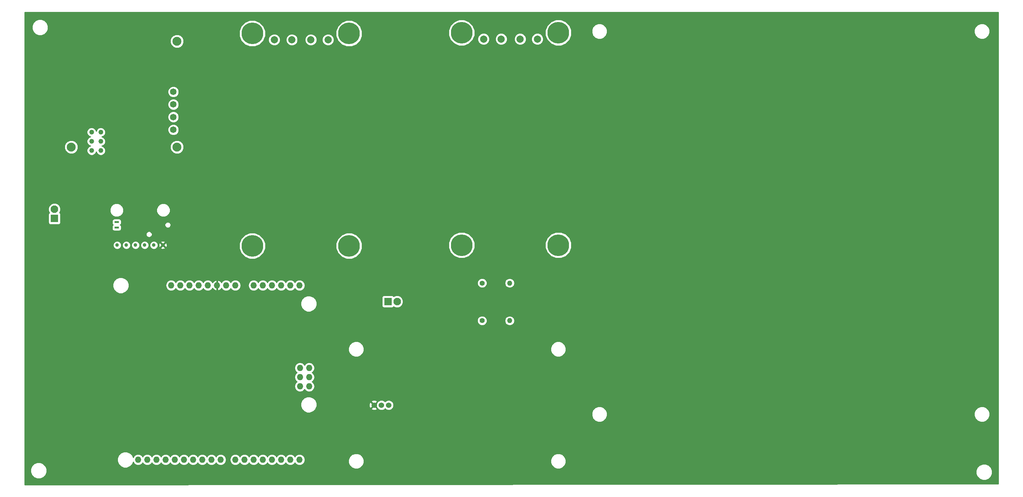
<source format=gbr>
G04 #@! TF.GenerationSoftware,KiCad,Pcbnew,5.0.2-bee76a0~70~ubuntu16.04.1*
G04 #@! TF.CreationDate,2021-10-26T00:07:22+01:00*
G04 #@! TF.ProjectId,Podcar_PCB,506f6463-6172-45f5-9043-422e6b696361,rev?*
G04 #@! TF.SameCoordinates,Original*
G04 #@! TF.FileFunction,Copper,L1,Top*
G04 #@! TF.FilePolarity,Positive*
%FSLAX46Y46*%
G04 Gerber Fmt 4.6, Leading zero omitted, Abs format (unit mm)*
G04 Created by KiCad (PCBNEW 5.0.2-bee76a0~70~ubuntu16.04.1) date Tue 26 Oct 2021 00:07:22 BST*
%MOMM*%
%LPD*%
G01*
G04 APERTURE LIST*
G04 #@! TA.AperFunction,ComponentPad*
%ADD10C,1.320000*%
G04 #@! TD*
G04 #@! TA.AperFunction,ComponentPad*
%ADD11C,1.820000*%
G04 #@! TD*
G04 #@! TA.AperFunction,WasherPad*
%ADD12C,2.480000*%
G04 #@! TD*
G04 #@! TA.AperFunction,ComponentPad*
%ADD13O,1.727200X1.727200*%
G04 #@! TD*
G04 #@! TA.AperFunction,ComponentPad*
%ADD14C,6.000000*%
G04 #@! TD*
G04 #@! TA.AperFunction,ComponentPad*
%ADD15C,2.000000*%
G04 #@! TD*
G04 #@! TA.AperFunction,ComponentPad*
%ADD16C,0.800000*%
G04 #@! TD*
G04 #@! TA.AperFunction,ComponentPad*
%ADD17C,1.524000*%
G04 #@! TD*
G04 #@! TA.AperFunction,ComponentPad*
%ADD18C,2.100000*%
G04 #@! TD*
G04 #@! TA.AperFunction,ComponentPad*
%ADD19R,2.100000X2.100000*%
G04 #@! TD*
G04 #@! TA.AperFunction,ComponentPad*
%ADD20C,1.000000*%
G04 #@! TD*
G04 #@! TA.AperFunction,SMDPad,CuDef*
%ADD21R,1.250000X0.500000*%
G04 #@! TD*
G04 #@! TA.AperFunction,ComponentPad*
%ADD22O,1.400000X1.400000*%
G04 #@! TD*
G04 #@! TA.AperFunction,ComponentPad*
%ADD23C,1.400000*%
G04 #@! TD*
G04 #@! TA.AperFunction,Conductor*
%ADD24C,0.254000*%
G04 #@! TD*
G04 APERTURE END LIST*
D10*
G04 #@! TO.P,U2,10*
G04 #@! TO.N,Net-(U2-Pad10)*
X34020000Y-50930000D03*
G04 #@! TO.P,U2,8*
G04 #@! TO.N,Net-(U2-Pad8)*
X34020000Y-48390000D03*
G04 #@! TO.P,U2,6*
G04 #@! TO.N,Net-(U2-Pad6)*
X34020000Y-45850000D03*
G04 #@! TO.P,U2,5*
G04 #@! TO.N,Net-(U2-Pad5)*
X31480000Y-45850000D03*
G04 #@! TO.P,U2,7*
G04 #@! TO.N,Net-(U2-Pad7)*
X31480000Y-48390000D03*
G04 #@! TO.P,U2,9*
G04 #@! TO.N,Net-(U2-Pad9)*
X31480000Y-50930000D03*
D11*
G04 #@! TO.P,U2,1*
G04 #@! TO.N,Net-(J1-Pad2)*
X54130000Y-34640000D03*
G04 #@! TO.P,U2,2*
G04 #@! TO.N,Net-(J1-Pad1)*
X54130000Y-38140000D03*
G04 #@! TO.P,U2,3*
G04 #@! TO.N,Net-(U2-Pad3)*
X54130000Y-41640000D03*
G04 #@! TO.P,U2,4*
G04 #@! TO.N,Net-(U2-Pad4)*
X54130000Y-45140000D03*
D12*
G04 #@! TO.P,U2,*
G04 #@! TO.N,*
X25850000Y-49950000D03*
X55150000Y-49950000D03*
X55150000Y-20650000D03*
G04 #@! TD*
D13*
G04 #@! TO.P,XA1,MISO*
G04 #@! TO.N,Net-(XA1-PadMISO)*
X89227000Y-116180000D03*
G04 #@! TO.P,XA1,A5*
G04 #@! TO.N,Net-(XA1-PadA5)*
X89100000Y-88240000D03*
G04 #@! TO.P,XA1,A4*
G04 #@! TO.N,Net-(XA1-PadA4)*
X86560000Y-88240000D03*
G04 #@! TO.P,XA1,A3*
G04 #@! TO.N,Net-(XA1-PadA3)*
X84020000Y-88240000D03*
G04 #@! TO.P,XA1,A2*
G04 #@! TO.N,Net-(XA1-PadA2)*
X81480000Y-88240000D03*
G04 #@! TO.P,XA1,A1*
G04 #@! TO.N,Net-(XA1-PadA1)*
X78940000Y-88240000D03*
G04 #@! TO.P,XA1,RESET*
G04 #@! TO.N,Net-(XA1-PadRESET)*
X53540000Y-88240000D03*
G04 #@! TO.P,XA1,D11*
G04 #@! TO.N,Net-(XA1-PadD11)*
X59636000Y-136500000D03*
G04 #@! TO.P,XA1,D12*
G04 #@! TO.N,Net-(XA1-PadD12)*
X57096000Y-136500000D03*
G04 #@! TO.P,XA1,D13*
G04 #@! TO.N,Net-(XA1-PadD13)*
X54556000Y-136500000D03*
G04 #@! TO.P,XA1,AREF*
G04 #@! TO.N,Net-(XA1-PadAREF)*
X49476000Y-136500000D03*
G04 #@! TO.P,XA1,SDA*
G04 #@! TO.N,Net-(U1-Pad4)*
X46936000Y-136500000D03*
G04 #@! TO.P,XA1,SCL*
G04 #@! TO.N,Net-(U1-Pad3)*
X44396000Y-136500000D03*
G04 #@! TO.P,XA1,D10*
G04 #@! TO.N,Net-(XA1-PadD10)*
X62176000Y-136500000D03*
G04 #@! TO.P,XA1,D9*
G04 #@! TO.N,Net-(XA1-PadD9)*
X64716000Y-136500000D03*
G04 #@! TO.P,XA1,D8*
G04 #@! TO.N,Net-(XA1-PadD8)*
X67256000Y-136500000D03*
G04 #@! TO.P,XA1,GND1*
G04 #@! TO.N,Net-(XA1-PadGND1)*
X52016000Y-136500000D03*
G04 #@! TO.P,XA1,D7*
G04 #@! TO.N,Net-(XA1-PadD7)*
X71320000Y-136500000D03*
G04 #@! TO.P,XA1,D6*
G04 #@! TO.N,Net-(XA1-PadD6)*
X73860000Y-136500000D03*
G04 #@! TO.P,XA1,D5*
G04 #@! TO.N,Net-(XA1-PadD5)*
X76400000Y-136500000D03*
G04 #@! TO.P,XA1,D4*
G04 #@! TO.N,Net-(XA1-PadD4)*
X78940000Y-136500000D03*
G04 #@! TO.P,XA1,D3*
G04 #@! TO.N,Net-(XA1-PadD3)*
X81480000Y-136500000D03*
G04 #@! TO.P,XA1,D2*
G04 #@! TO.N,Net-(XA1-PadD2)*
X84020000Y-136500000D03*
G04 #@! TO.P,XA1,D1*
G04 #@! TO.N,Net-(XA1-PadD1)*
X86560000Y-136500000D03*
G04 #@! TO.P,XA1,D0*
G04 #@! TO.N,Net-(XA1-PadD0)*
X89100000Y-136500000D03*
G04 #@! TO.P,XA1,IOREF*
G04 #@! TO.N,Net-(XA1-PadIOREF)*
X56080000Y-88240000D03*
G04 #@! TO.P,XA1,RST1*
G04 #@! TO.N,Net-(XA1-PadRST1)*
X58620000Y-88240000D03*
G04 #@! TO.P,XA1,3V3*
G04 #@! TO.N,Net-(XA1-Pad3V3)*
X61160000Y-88240000D03*
G04 #@! TO.P,XA1,5V1*
G04 #@! TO.N,Net-(U1-Pad5)*
X63700000Y-88240000D03*
G04 #@! TO.P,XA1,GND2*
G04 #@! TO.N,Net-(U1-Pad6)*
X66240000Y-88240000D03*
G04 #@! TO.P,XA1,GND3*
G04 #@! TO.N,Net-(XA1-PadGND3)*
X68780000Y-88240000D03*
G04 #@! TO.P,XA1,VIN*
G04 #@! TO.N,Net-(XA1-PadVIN)*
X71320000Y-88240000D03*
G04 #@! TO.P,XA1,A0*
G04 #@! TO.N,Net-(R1-Pad2)*
X76400000Y-88240000D03*
G04 #@! TO.P,XA1,5V2*
G04 #@! TO.N,Net-(U4-PadVIN)*
X91767000Y-116180000D03*
G04 #@! TO.P,XA1,SCK*
G04 #@! TO.N,Net-(XA1-PadSCK)*
X89227000Y-113640000D03*
G04 #@! TO.P,XA1,MOSI*
G04 #@! TO.N,Net-(XA1-PadMOSI)*
X91767000Y-113640000D03*
G04 #@! TO.P,XA1,GND4*
G04 #@! TO.N,Net-(XA1-PadGND4)*
X91767000Y-111100000D03*
G04 #@! TO.P,XA1,RST2*
G04 #@! TO.N,Net-(XA1-PadRST2)*
X89227000Y-111100000D03*
G04 #@! TD*
D14*
G04 #@! TO.P,U6,*
G04 #@! TO.N,*
X160825000Y-18300000D03*
X134025000Y-18300000D03*
X134025000Y-77100000D03*
X160825000Y-77100000D03*
D15*
G04 #@! TO.P,U6,OUT+*
G04 #@! TO.N,Net-(U6-PadOUT+)*
X140115000Y-20040000D03*
G04 #@! TO.P,U6,OUT-*
G04 #@! TO.N,Net-(U6-PadOUT-)*
X144980000Y-20040000D03*
G04 #@! TO.P,U6,IN-*
G04 #@! TO.N,Net-(J2-Pad1)*
X150240000Y-20040000D03*
G04 #@! TO.P,U6,IN+*
G04 #@! TO.N,Net-(J2-Pad2)*
X155005000Y-20040000D03*
D16*
G04 #@! TO.P,U6,*
G04 #@! TO.N,*
X162310000Y-16815000D03*
X160825000Y-16200000D03*
X159340000Y-16815000D03*
X158725000Y-18300000D03*
X159340000Y-19785000D03*
X160825000Y-20400000D03*
X162310000Y-19785000D03*
X162925000Y-18300000D03*
X135510000Y-16815000D03*
X134025000Y-16200000D03*
X132540000Y-16815000D03*
X131925000Y-18300000D03*
X132540000Y-19785000D03*
X134025000Y-20400000D03*
X135510000Y-19785000D03*
X136125000Y-18300000D03*
X135510000Y-75615000D03*
X134025000Y-75000000D03*
X132540000Y-75615000D03*
X131925000Y-77100000D03*
X132540000Y-78585000D03*
X134025000Y-79200000D03*
X135510000Y-78585000D03*
X136129000Y-77100000D03*
X159340000Y-75615000D03*
X160825000Y-75000000D03*
X162310000Y-75615000D03*
X162310000Y-78585000D03*
X160825000Y-79200000D03*
X159340000Y-78585000D03*
X158725000Y-77087800D03*
X162925000Y-77100000D03*
G04 #@! TD*
D14*
G04 #@! TO.P,U5,*
G04 #@! TO.N,*
X102825000Y-18500000D03*
X76025000Y-18500000D03*
X76025000Y-77300000D03*
X102825000Y-77300000D03*
D15*
G04 #@! TO.P,U5,OUT+*
G04 #@! TO.N,Net-(J1-Pad2)*
X82115000Y-20240000D03*
G04 #@! TO.P,U5,OUT-*
G04 #@! TO.N,Net-(J1-Pad1)*
X86980000Y-20240000D03*
G04 #@! TO.P,U5,IN-*
G04 #@! TO.N,Net-(J2-Pad1)*
X92240000Y-20240000D03*
G04 #@! TO.P,U5,IN+*
G04 #@! TO.N,Net-(J2-Pad2)*
X97005000Y-20240000D03*
D16*
G04 #@! TO.P,U5,*
G04 #@! TO.N,*
X104310000Y-17015000D03*
X102825000Y-16400000D03*
X101340000Y-17015000D03*
X100725000Y-18500000D03*
X101340000Y-19985000D03*
X102825000Y-20600000D03*
X104310000Y-19985000D03*
X104925000Y-18500000D03*
X77510000Y-17015000D03*
X76025000Y-16400000D03*
X74540000Y-17015000D03*
X73925000Y-18500000D03*
X74540000Y-19985000D03*
X76025000Y-20600000D03*
X77510000Y-19985000D03*
X78125000Y-18500000D03*
X77510000Y-75815000D03*
X76025000Y-75200000D03*
X74540000Y-75815000D03*
X73925000Y-77300000D03*
X74540000Y-78785000D03*
X76025000Y-79400000D03*
X77510000Y-78785000D03*
X78129000Y-77300000D03*
X101340000Y-75815000D03*
X102825000Y-75200000D03*
X104310000Y-75815000D03*
X104310000Y-78785000D03*
X102825000Y-79400000D03*
X101340000Y-78785000D03*
X100725000Y-77287800D03*
X104925000Y-77300000D03*
G04 #@! TD*
D17*
G04 #@! TO.P,U4,SIG*
G04 #@! TO.N,Net-(U4-PadSIG)*
X113800000Y-121400000D03*
G04 #@! TO.P,U4,VIN*
G04 #@! TO.N,Net-(U4-PadVIN)*
X111800000Y-121400000D03*
G04 #@! TO.P,U4,GND*
G04 #@! TO.N,Net-(U1-Pad6)*
X109800000Y-121400000D03*
G04 #@! TD*
D18*
G04 #@! TO.P,J2,2*
G04 #@! TO.N,Net-(J2-Pad2)*
X116140000Y-92700000D03*
D19*
G04 #@! TO.P,J2,1*
G04 #@! TO.N,Net-(J2-Pad1)*
X113600000Y-92700000D03*
G04 #@! TD*
D18*
G04 #@! TO.P,J1,2*
G04 #@! TO.N,Net-(J1-Pad2)*
X21200000Y-67160000D03*
D19*
G04 #@! TO.P,J1,1*
G04 #@! TO.N,Net-(J1-Pad1)*
X21200000Y-69700000D03*
G04 #@! TD*
D20*
G04 #@! TO.P,U1,6*
G04 #@! TO.N,Net-(U1-Pad6)*
X51250000Y-77068000D03*
G04 #@! TO.P,U1,5*
G04 #@! TO.N,Net-(U1-Pad5)*
X48710000Y-77068000D03*
G04 #@! TO.P,U1,4*
G04 #@! TO.N,Net-(U1-Pad4)*
X46170000Y-77068000D03*
G04 #@! TO.P,U1,3*
G04 #@! TO.N,Net-(U1-Pad3)*
X43630000Y-77068000D03*
G04 #@! TO.P,U1,2*
G04 #@! TO.N,Net-(U1-Pad2)*
X41090000Y-77068000D03*
G04 #@! TO.P,U1,1*
G04 #@! TO.N,Net-(U1-Pad1)*
X38550000Y-77068000D03*
D21*
G04 #@! TO.P,U1,#*
G04 #@! TO.N,N/C*
X38440000Y-72255000D03*
X38440000Y-70705000D03*
G04 #@! TD*
D22*
G04 #@! TO.P,R2,2*
G04 #@! TO.N,Net-(R1-Pad2)*
X147320000Y-87600000D03*
D23*
G04 #@! TO.P,R2,1*
G04 #@! TO.N,Net-(J2-Pad2)*
X139700000Y-87600000D03*
G04 #@! TD*
D22*
G04 #@! TO.P,R1,2*
G04 #@! TO.N,Net-(R1-Pad2)*
X147320000Y-98000000D03*
D23*
G04 #@! TO.P,R1,1*
G04 #@! TO.N,Net-(J2-Pad1)*
X139700000Y-98000000D03*
G04 #@! TD*
D24*
G04 #@! TO.N,Net-(U1-Pad6)*
G36*
X282715001Y-143215506D02*
X12985000Y-143414495D01*
X12985000Y-139055431D01*
X14565000Y-139055431D01*
X14565000Y-139944569D01*
X14905259Y-140766026D01*
X15533974Y-141394741D01*
X16355431Y-141735000D01*
X17244569Y-141735000D01*
X18066026Y-141394741D01*
X18694741Y-140766026D01*
X19035000Y-139944569D01*
X19035000Y-139455431D01*
X276565000Y-139455431D01*
X276565000Y-140344569D01*
X276905259Y-141166026D01*
X277533974Y-141794741D01*
X278355431Y-142135000D01*
X279244569Y-142135000D01*
X280066026Y-141794741D01*
X280694741Y-141166026D01*
X281035000Y-140344569D01*
X281035000Y-139455431D01*
X280694741Y-138633974D01*
X280066026Y-138005259D01*
X279244569Y-137665000D01*
X278355431Y-137665000D01*
X277533974Y-138005259D01*
X276905259Y-138633974D01*
X276565000Y-139455431D01*
X19035000Y-139455431D01*
X19035000Y-139055431D01*
X18694741Y-138233974D01*
X18066026Y-137605259D01*
X17244569Y-137265000D01*
X16355431Y-137265000D01*
X15533974Y-137605259D01*
X14905259Y-138233974D01*
X14565000Y-139055431D01*
X12985000Y-139055431D01*
X12985000Y-136055431D01*
X38605000Y-136055431D01*
X38605000Y-136944569D01*
X38945259Y-137766026D01*
X39573974Y-138394741D01*
X40395431Y-138735000D01*
X41284569Y-138735000D01*
X42106026Y-138394741D01*
X42734741Y-137766026D01*
X43004472Y-137114839D01*
X43315570Y-137580430D01*
X43811275Y-137911650D01*
X44248402Y-137998600D01*
X44543598Y-137998600D01*
X44980725Y-137911650D01*
X45476430Y-137580430D01*
X45666000Y-137296719D01*
X45855570Y-137580430D01*
X46351275Y-137911650D01*
X46788402Y-137998600D01*
X47083598Y-137998600D01*
X47520725Y-137911650D01*
X48016430Y-137580430D01*
X48206000Y-137296719D01*
X48395570Y-137580430D01*
X48891275Y-137911650D01*
X49328402Y-137998600D01*
X49623598Y-137998600D01*
X50060725Y-137911650D01*
X50556430Y-137580430D01*
X50746000Y-137296719D01*
X50935570Y-137580430D01*
X51431275Y-137911650D01*
X51868402Y-137998600D01*
X52163598Y-137998600D01*
X52600725Y-137911650D01*
X53096430Y-137580430D01*
X53286000Y-137296719D01*
X53475570Y-137580430D01*
X53971275Y-137911650D01*
X54408402Y-137998600D01*
X54703598Y-137998600D01*
X55140725Y-137911650D01*
X55636430Y-137580430D01*
X55826000Y-137296719D01*
X56015570Y-137580430D01*
X56511275Y-137911650D01*
X56948402Y-137998600D01*
X57243598Y-137998600D01*
X57680725Y-137911650D01*
X58176430Y-137580430D01*
X58366000Y-137296719D01*
X58555570Y-137580430D01*
X59051275Y-137911650D01*
X59488402Y-137998600D01*
X59783598Y-137998600D01*
X60220725Y-137911650D01*
X60716430Y-137580430D01*
X60906000Y-137296719D01*
X61095570Y-137580430D01*
X61591275Y-137911650D01*
X62028402Y-137998600D01*
X62323598Y-137998600D01*
X62760725Y-137911650D01*
X63256430Y-137580430D01*
X63446000Y-137296719D01*
X63635570Y-137580430D01*
X64131275Y-137911650D01*
X64568402Y-137998600D01*
X64863598Y-137998600D01*
X65300725Y-137911650D01*
X65796430Y-137580430D01*
X65986000Y-137296719D01*
X66175570Y-137580430D01*
X66671275Y-137911650D01*
X67108402Y-137998600D01*
X67403598Y-137998600D01*
X67840725Y-137911650D01*
X68336430Y-137580430D01*
X68667650Y-137084725D01*
X68783959Y-136500000D01*
X69792041Y-136500000D01*
X69908350Y-137084725D01*
X70239570Y-137580430D01*
X70735275Y-137911650D01*
X71172402Y-137998600D01*
X71467598Y-137998600D01*
X71904725Y-137911650D01*
X72400430Y-137580430D01*
X72590000Y-137296719D01*
X72779570Y-137580430D01*
X73275275Y-137911650D01*
X73712402Y-137998600D01*
X74007598Y-137998600D01*
X74444725Y-137911650D01*
X74940430Y-137580430D01*
X75130000Y-137296719D01*
X75319570Y-137580430D01*
X75815275Y-137911650D01*
X76252402Y-137998600D01*
X76547598Y-137998600D01*
X76984725Y-137911650D01*
X77480430Y-137580430D01*
X77670000Y-137296719D01*
X77859570Y-137580430D01*
X78355275Y-137911650D01*
X78792402Y-137998600D01*
X79087598Y-137998600D01*
X79524725Y-137911650D01*
X80020430Y-137580430D01*
X80210000Y-137296719D01*
X80399570Y-137580430D01*
X80895275Y-137911650D01*
X81332402Y-137998600D01*
X81627598Y-137998600D01*
X82064725Y-137911650D01*
X82560430Y-137580430D01*
X82750000Y-137296719D01*
X82939570Y-137580430D01*
X83435275Y-137911650D01*
X83872402Y-137998600D01*
X84167598Y-137998600D01*
X84604725Y-137911650D01*
X85100430Y-137580430D01*
X85290000Y-137296719D01*
X85479570Y-137580430D01*
X85975275Y-137911650D01*
X86412402Y-137998600D01*
X86707598Y-137998600D01*
X87144725Y-137911650D01*
X87640430Y-137580430D01*
X87830000Y-137296719D01*
X88019570Y-137580430D01*
X88515275Y-137911650D01*
X88952402Y-137998600D01*
X89247598Y-137998600D01*
X89684725Y-137911650D01*
X90180430Y-137580430D01*
X90511650Y-137084725D01*
X90627959Y-136500000D01*
X90623051Y-136475322D01*
X102665000Y-136475322D01*
X102665000Y-137324678D01*
X102990034Y-138109380D01*
X103590620Y-138709966D01*
X104375322Y-139035000D01*
X105224678Y-139035000D01*
X106009380Y-138709966D01*
X106609966Y-138109380D01*
X106935000Y-137324678D01*
X106935000Y-136475322D01*
X158665000Y-136475322D01*
X158665000Y-137324678D01*
X158990034Y-138109380D01*
X159590620Y-138709966D01*
X160375322Y-139035000D01*
X161224678Y-139035000D01*
X162009380Y-138709966D01*
X162609966Y-138109380D01*
X162935000Y-137324678D01*
X162935000Y-136475322D01*
X162609966Y-135690620D01*
X162009380Y-135090034D01*
X161224678Y-134765000D01*
X160375322Y-134765000D01*
X159590620Y-135090034D01*
X158990034Y-135690620D01*
X158665000Y-136475322D01*
X106935000Y-136475322D01*
X106609966Y-135690620D01*
X106009380Y-135090034D01*
X105224678Y-134765000D01*
X104375322Y-134765000D01*
X103590620Y-135090034D01*
X102990034Y-135690620D01*
X102665000Y-136475322D01*
X90623051Y-136475322D01*
X90511650Y-135915275D01*
X90180430Y-135419570D01*
X89684725Y-135088350D01*
X89247598Y-135001400D01*
X88952402Y-135001400D01*
X88515275Y-135088350D01*
X88019570Y-135419570D01*
X87830000Y-135703281D01*
X87640430Y-135419570D01*
X87144725Y-135088350D01*
X86707598Y-135001400D01*
X86412402Y-135001400D01*
X85975275Y-135088350D01*
X85479570Y-135419570D01*
X85290000Y-135703281D01*
X85100430Y-135419570D01*
X84604725Y-135088350D01*
X84167598Y-135001400D01*
X83872402Y-135001400D01*
X83435275Y-135088350D01*
X82939570Y-135419570D01*
X82750000Y-135703281D01*
X82560430Y-135419570D01*
X82064725Y-135088350D01*
X81627598Y-135001400D01*
X81332402Y-135001400D01*
X80895275Y-135088350D01*
X80399570Y-135419570D01*
X80210000Y-135703281D01*
X80020430Y-135419570D01*
X79524725Y-135088350D01*
X79087598Y-135001400D01*
X78792402Y-135001400D01*
X78355275Y-135088350D01*
X77859570Y-135419570D01*
X77670000Y-135703281D01*
X77480430Y-135419570D01*
X76984725Y-135088350D01*
X76547598Y-135001400D01*
X76252402Y-135001400D01*
X75815275Y-135088350D01*
X75319570Y-135419570D01*
X75130000Y-135703281D01*
X74940430Y-135419570D01*
X74444725Y-135088350D01*
X74007598Y-135001400D01*
X73712402Y-135001400D01*
X73275275Y-135088350D01*
X72779570Y-135419570D01*
X72590000Y-135703281D01*
X72400430Y-135419570D01*
X71904725Y-135088350D01*
X71467598Y-135001400D01*
X71172402Y-135001400D01*
X70735275Y-135088350D01*
X70239570Y-135419570D01*
X69908350Y-135915275D01*
X69792041Y-136500000D01*
X68783959Y-136500000D01*
X68667650Y-135915275D01*
X68336430Y-135419570D01*
X67840725Y-135088350D01*
X67403598Y-135001400D01*
X67108402Y-135001400D01*
X66671275Y-135088350D01*
X66175570Y-135419570D01*
X65986000Y-135703281D01*
X65796430Y-135419570D01*
X65300725Y-135088350D01*
X64863598Y-135001400D01*
X64568402Y-135001400D01*
X64131275Y-135088350D01*
X63635570Y-135419570D01*
X63446000Y-135703281D01*
X63256430Y-135419570D01*
X62760725Y-135088350D01*
X62323598Y-135001400D01*
X62028402Y-135001400D01*
X61591275Y-135088350D01*
X61095570Y-135419570D01*
X60906000Y-135703281D01*
X60716430Y-135419570D01*
X60220725Y-135088350D01*
X59783598Y-135001400D01*
X59488402Y-135001400D01*
X59051275Y-135088350D01*
X58555570Y-135419570D01*
X58366000Y-135703281D01*
X58176430Y-135419570D01*
X57680725Y-135088350D01*
X57243598Y-135001400D01*
X56948402Y-135001400D01*
X56511275Y-135088350D01*
X56015570Y-135419570D01*
X55826000Y-135703281D01*
X55636430Y-135419570D01*
X55140725Y-135088350D01*
X54703598Y-135001400D01*
X54408402Y-135001400D01*
X53971275Y-135088350D01*
X53475570Y-135419570D01*
X53286000Y-135703281D01*
X53096430Y-135419570D01*
X52600725Y-135088350D01*
X52163598Y-135001400D01*
X51868402Y-135001400D01*
X51431275Y-135088350D01*
X50935570Y-135419570D01*
X50746000Y-135703281D01*
X50556430Y-135419570D01*
X50060725Y-135088350D01*
X49623598Y-135001400D01*
X49328402Y-135001400D01*
X48891275Y-135088350D01*
X48395570Y-135419570D01*
X48206000Y-135703281D01*
X48016430Y-135419570D01*
X47520725Y-135088350D01*
X47083598Y-135001400D01*
X46788402Y-135001400D01*
X46351275Y-135088350D01*
X45855570Y-135419570D01*
X45666000Y-135703281D01*
X45476430Y-135419570D01*
X44980725Y-135088350D01*
X44543598Y-135001400D01*
X44248402Y-135001400D01*
X43811275Y-135088350D01*
X43315570Y-135419570D01*
X43004472Y-135885161D01*
X42734741Y-135233974D01*
X42106026Y-134605259D01*
X41284569Y-134265000D01*
X40395431Y-134265000D01*
X39573974Y-134605259D01*
X38945259Y-135233974D01*
X38605000Y-136055431D01*
X12985000Y-136055431D01*
X12985000Y-120815431D01*
X89405000Y-120815431D01*
X89405000Y-121704569D01*
X89745259Y-122526026D01*
X90373974Y-123154741D01*
X91195431Y-123495000D01*
X92084569Y-123495000D01*
X92132075Y-123475322D01*
X170065000Y-123475322D01*
X170065000Y-124324678D01*
X170390034Y-125109380D01*
X170990620Y-125709966D01*
X171775322Y-126035000D01*
X172624678Y-126035000D01*
X173409380Y-125709966D01*
X174009966Y-125109380D01*
X174335000Y-124324678D01*
X174335000Y-123475322D01*
X276065000Y-123475322D01*
X276065000Y-124324678D01*
X276390034Y-125109380D01*
X276990620Y-125709966D01*
X277775322Y-126035000D01*
X278624678Y-126035000D01*
X279409380Y-125709966D01*
X280009966Y-125109380D01*
X280335000Y-124324678D01*
X280335000Y-123475322D01*
X280009966Y-122690620D01*
X279409380Y-122090034D01*
X278624678Y-121765000D01*
X277775322Y-121765000D01*
X276990620Y-122090034D01*
X276390034Y-122690620D01*
X276065000Y-123475322D01*
X174335000Y-123475322D01*
X174009966Y-122690620D01*
X173409380Y-122090034D01*
X172624678Y-121765000D01*
X171775322Y-121765000D01*
X170990620Y-122090034D01*
X170390034Y-122690620D01*
X170065000Y-123475322D01*
X92132075Y-123475322D01*
X92906026Y-123154741D01*
X93534741Y-122526026D01*
X93595138Y-122380213D01*
X108999392Y-122380213D01*
X109068857Y-122622397D01*
X109592302Y-122809144D01*
X110147368Y-122781362D01*
X110531143Y-122622397D01*
X110600608Y-122380213D01*
X109800000Y-121579605D01*
X108999392Y-122380213D01*
X93595138Y-122380213D01*
X93875000Y-121704569D01*
X93875000Y-121192302D01*
X108390856Y-121192302D01*
X108418638Y-121747368D01*
X108577603Y-122131143D01*
X108819787Y-122200608D01*
X109620395Y-121400000D01*
X109979605Y-121400000D01*
X110505894Y-121926289D01*
X110615680Y-122191337D01*
X111008663Y-122584320D01*
X111522119Y-122797000D01*
X112077881Y-122797000D01*
X112591337Y-122584320D01*
X112800000Y-122375657D01*
X113008663Y-122584320D01*
X113522119Y-122797000D01*
X114077881Y-122797000D01*
X114591337Y-122584320D01*
X114984320Y-122191337D01*
X115197000Y-121677881D01*
X115197000Y-121122119D01*
X114984320Y-120608663D01*
X114591337Y-120215680D01*
X114077881Y-120003000D01*
X113522119Y-120003000D01*
X113008663Y-120215680D01*
X112800000Y-120424343D01*
X112591337Y-120215680D01*
X112077881Y-120003000D01*
X111522119Y-120003000D01*
X111008663Y-120215680D01*
X110615680Y-120608663D01*
X110505894Y-120873711D01*
X109979605Y-121400000D01*
X109620395Y-121400000D01*
X108819787Y-120599392D01*
X108577603Y-120668857D01*
X108390856Y-121192302D01*
X93875000Y-121192302D01*
X93875000Y-120815431D01*
X93711119Y-120419787D01*
X108999392Y-120419787D01*
X109800000Y-121220395D01*
X110600608Y-120419787D01*
X110531143Y-120177603D01*
X110007698Y-119990856D01*
X109452632Y-120018638D01*
X109068857Y-120177603D01*
X108999392Y-120419787D01*
X93711119Y-120419787D01*
X93534741Y-119993974D01*
X92906026Y-119365259D01*
X92084569Y-119025000D01*
X91195431Y-119025000D01*
X90373974Y-119365259D01*
X89745259Y-119993974D01*
X89405000Y-120815431D01*
X12985000Y-120815431D01*
X12985000Y-111100000D01*
X87699041Y-111100000D01*
X87815350Y-111684725D01*
X88146570Y-112180430D01*
X88430281Y-112370000D01*
X88146570Y-112559570D01*
X87815350Y-113055275D01*
X87699041Y-113640000D01*
X87815350Y-114224725D01*
X88146570Y-114720430D01*
X88430281Y-114910000D01*
X88146570Y-115099570D01*
X87815350Y-115595275D01*
X87699041Y-116180000D01*
X87815350Y-116764725D01*
X88146570Y-117260430D01*
X88642275Y-117591650D01*
X89079402Y-117678600D01*
X89374598Y-117678600D01*
X89811725Y-117591650D01*
X90307430Y-117260430D01*
X90497000Y-116976719D01*
X90686570Y-117260430D01*
X91182275Y-117591650D01*
X91619402Y-117678600D01*
X91914598Y-117678600D01*
X92351725Y-117591650D01*
X92847430Y-117260430D01*
X93178650Y-116764725D01*
X93294959Y-116180000D01*
X93178650Y-115595275D01*
X92847430Y-115099570D01*
X92563719Y-114910000D01*
X92847430Y-114720430D01*
X93178650Y-114224725D01*
X93294959Y-113640000D01*
X93178650Y-113055275D01*
X92847430Y-112559570D01*
X92563719Y-112370000D01*
X92847430Y-112180430D01*
X93178650Y-111684725D01*
X93294959Y-111100000D01*
X93178650Y-110515275D01*
X92847430Y-110019570D01*
X92351725Y-109688350D01*
X91914598Y-109601400D01*
X91619402Y-109601400D01*
X91182275Y-109688350D01*
X90686570Y-110019570D01*
X90497000Y-110303281D01*
X90307430Y-110019570D01*
X89811725Y-109688350D01*
X89374598Y-109601400D01*
X89079402Y-109601400D01*
X88642275Y-109688350D01*
X88146570Y-110019570D01*
X87815350Y-110515275D01*
X87699041Y-111100000D01*
X12985000Y-111100000D01*
X12985000Y-105475322D01*
X102665000Y-105475322D01*
X102665000Y-106324678D01*
X102990034Y-107109380D01*
X103590620Y-107709966D01*
X104375322Y-108035000D01*
X105224678Y-108035000D01*
X106009380Y-107709966D01*
X106609966Y-107109380D01*
X106935000Y-106324678D01*
X106935000Y-105475322D01*
X158665000Y-105475322D01*
X158665000Y-106324678D01*
X158990034Y-107109380D01*
X159590620Y-107709966D01*
X160375322Y-108035000D01*
X161224678Y-108035000D01*
X162009380Y-107709966D01*
X162609966Y-107109380D01*
X162935000Y-106324678D01*
X162935000Y-105475322D01*
X162609966Y-104690620D01*
X162009380Y-104090034D01*
X161224678Y-103765000D01*
X160375322Y-103765000D01*
X159590620Y-104090034D01*
X158990034Y-104690620D01*
X158665000Y-105475322D01*
X106935000Y-105475322D01*
X106609966Y-104690620D01*
X106009380Y-104090034D01*
X105224678Y-103765000D01*
X104375322Y-103765000D01*
X103590620Y-104090034D01*
X102990034Y-104690620D01*
X102665000Y-105475322D01*
X12985000Y-105475322D01*
X12985000Y-97734452D01*
X138365000Y-97734452D01*
X138365000Y-98265548D01*
X138568242Y-98756217D01*
X138943783Y-99131758D01*
X139434452Y-99335000D01*
X139965548Y-99335000D01*
X140456217Y-99131758D01*
X140831758Y-98756217D01*
X141035000Y-98265548D01*
X141035000Y-98000000D01*
X145958846Y-98000000D01*
X146062458Y-98520891D01*
X146357519Y-98962481D01*
X146799109Y-99257542D01*
X147188515Y-99335000D01*
X147451485Y-99335000D01*
X147840891Y-99257542D01*
X148282481Y-98962481D01*
X148577542Y-98520891D01*
X148681154Y-98000000D01*
X148577542Y-97479109D01*
X148282481Y-97037519D01*
X147840891Y-96742458D01*
X147451485Y-96665000D01*
X147188515Y-96665000D01*
X146799109Y-96742458D01*
X146357519Y-97037519D01*
X146062458Y-97479109D01*
X145958846Y-98000000D01*
X141035000Y-98000000D01*
X141035000Y-97734452D01*
X140831758Y-97243783D01*
X140456217Y-96868242D01*
X139965548Y-96665000D01*
X139434452Y-96665000D01*
X138943783Y-96868242D01*
X138568242Y-97243783D01*
X138365000Y-97734452D01*
X12985000Y-97734452D01*
X12985000Y-92875431D01*
X89405000Y-92875431D01*
X89405000Y-93764569D01*
X89745259Y-94586026D01*
X90373974Y-95214741D01*
X91195431Y-95555000D01*
X92084569Y-95555000D01*
X92906026Y-95214741D01*
X93534741Y-94586026D01*
X93875000Y-93764569D01*
X93875000Y-92875431D01*
X93534741Y-92053974D01*
X93130767Y-91650000D01*
X111902560Y-91650000D01*
X111902560Y-93750000D01*
X111951843Y-93997765D01*
X112092191Y-94207809D01*
X112302235Y-94348157D01*
X112550000Y-94397440D01*
X114650000Y-94397440D01*
X114897765Y-94348157D01*
X115107809Y-94207809D01*
X115170715Y-94113665D01*
X115185524Y-94128474D01*
X115804833Y-94385000D01*
X116475167Y-94385000D01*
X117094476Y-94128474D01*
X117568474Y-93654476D01*
X117825000Y-93035167D01*
X117825000Y-92364833D01*
X117568474Y-91745524D01*
X117094476Y-91271526D01*
X116475167Y-91015000D01*
X115804833Y-91015000D01*
X115185524Y-91271526D01*
X115170715Y-91286335D01*
X115107809Y-91192191D01*
X114897765Y-91051843D01*
X114650000Y-91002560D01*
X112550000Y-91002560D01*
X112302235Y-91051843D01*
X112092191Y-91192191D01*
X111951843Y-91402235D01*
X111902560Y-91650000D01*
X93130767Y-91650000D01*
X92906026Y-91425259D01*
X92084569Y-91085000D01*
X91195431Y-91085000D01*
X90373974Y-91425259D01*
X89745259Y-92053974D01*
X89405000Y-92875431D01*
X12985000Y-92875431D01*
X12985000Y-87795431D01*
X37335000Y-87795431D01*
X37335000Y-88684569D01*
X37675259Y-89506026D01*
X38303974Y-90134741D01*
X39125431Y-90475000D01*
X40014569Y-90475000D01*
X40836026Y-90134741D01*
X41464741Y-89506026D01*
X41805000Y-88684569D01*
X41805000Y-88240000D01*
X52012041Y-88240000D01*
X52128350Y-88824725D01*
X52459570Y-89320430D01*
X52955275Y-89651650D01*
X53392402Y-89738600D01*
X53687598Y-89738600D01*
X54124725Y-89651650D01*
X54620430Y-89320430D01*
X54810000Y-89036719D01*
X54999570Y-89320430D01*
X55495275Y-89651650D01*
X55932402Y-89738600D01*
X56227598Y-89738600D01*
X56664725Y-89651650D01*
X57160430Y-89320430D01*
X57350000Y-89036719D01*
X57539570Y-89320430D01*
X58035275Y-89651650D01*
X58472402Y-89738600D01*
X58767598Y-89738600D01*
X59204725Y-89651650D01*
X59700430Y-89320430D01*
X59890000Y-89036719D01*
X60079570Y-89320430D01*
X60575275Y-89651650D01*
X61012402Y-89738600D01*
X61307598Y-89738600D01*
X61744725Y-89651650D01*
X62240430Y-89320430D01*
X62430000Y-89036719D01*
X62619570Y-89320430D01*
X63115275Y-89651650D01*
X63552402Y-89738600D01*
X63847598Y-89738600D01*
X64284725Y-89651650D01*
X64780430Y-89320430D01*
X64973037Y-89032174D01*
X65351510Y-89446821D01*
X65880973Y-89694968D01*
X66113000Y-89574469D01*
X66113000Y-88367000D01*
X66093000Y-88367000D01*
X66093000Y-88113000D01*
X66113000Y-88113000D01*
X66113000Y-86905531D01*
X66367000Y-86905531D01*
X66367000Y-88113000D01*
X66387000Y-88113000D01*
X66387000Y-88367000D01*
X66367000Y-88367000D01*
X66367000Y-89574469D01*
X66599027Y-89694968D01*
X67128490Y-89446821D01*
X67506963Y-89032174D01*
X67699570Y-89320430D01*
X68195275Y-89651650D01*
X68632402Y-89738600D01*
X68927598Y-89738600D01*
X69364725Y-89651650D01*
X69860430Y-89320430D01*
X70050000Y-89036719D01*
X70239570Y-89320430D01*
X70735275Y-89651650D01*
X71172402Y-89738600D01*
X71467598Y-89738600D01*
X71904725Y-89651650D01*
X72400430Y-89320430D01*
X72731650Y-88824725D01*
X72847959Y-88240000D01*
X74872041Y-88240000D01*
X74988350Y-88824725D01*
X75319570Y-89320430D01*
X75815275Y-89651650D01*
X76252402Y-89738600D01*
X76547598Y-89738600D01*
X76984725Y-89651650D01*
X77480430Y-89320430D01*
X77670000Y-89036719D01*
X77859570Y-89320430D01*
X78355275Y-89651650D01*
X78792402Y-89738600D01*
X79087598Y-89738600D01*
X79524725Y-89651650D01*
X80020430Y-89320430D01*
X80210000Y-89036719D01*
X80399570Y-89320430D01*
X80895275Y-89651650D01*
X81332402Y-89738600D01*
X81627598Y-89738600D01*
X82064725Y-89651650D01*
X82560430Y-89320430D01*
X82750000Y-89036719D01*
X82939570Y-89320430D01*
X83435275Y-89651650D01*
X83872402Y-89738600D01*
X84167598Y-89738600D01*
X84604725Y-89651650D01*
X85100430Y-89320430D01*
X85290000Y-89036719D01*
X85479570Y-89320430D01*
X85975275Y-89651650D01*
X86412402Y-89738600D01*
X86707598Y-89738600D01*
X87144725Y-89651650D01*
X87640430Y-89320430D01*
X87830000Y-89036719D01*
X88019570Y-89320430D01*
X88515275Y-89651650D01*
X88952402Y-89738600D01*
X89247598Y-89738600D01*
X89684725Y-89651650D01*
X90180430Y-89320430D01*
X90511650Y-88824725D01*
X90627959Y-88240000D01*
X90511650Y-87655275D01*
X90297283Y-87334452D01*
X138365000Y-87334452D01*
X138365000Y-87865548D01*
X138568242Y-88356217D01*
X138943783Y-88731758D01*
X139434452Y-88935000D01*
X139965548Y-88935000D01*
X140456217Y-88731758D01*
X140831758Y-88356217D01*
X141035000Y-87865548D01*
X141035000Y-87600000D01*
X145958846Y-87600000D01*
X146062458Y-88120891D01*
X146357519Y-88562481D01*
X146799109Y-88857542D01*
X147188515Y-88935000D01*
X147451485Y-88935000D01*
X147840891Y-88857542D01*
X148282481Y-88562481D01*
X148577542Y-88120891D01*
X148681154Y-87600000D01*
X148577542Y-87079109D01*
X148282481Y-86637519D01*
X147840891Y-86342458D01*
X147451485Y-86265000D01*
X147188515Y-86265000D01*
X146799109Y-86342458D01*
X146357519Y-86637519D01*
X146062458Y-87079109D01*
X145958846Y-87600000D01*
X141035000Y-87600000D01*
X141035000Y-87334452D01*
X140831758Y-86843783D01*
X140456217Y-86468242D01*
X139965548Y-86265000D01*
X139434452Y-86265000D01*
X138943783Y-86468242D01*
X138568242Y-86843783D01*
X138365000Y-87334452D01*
X90297283Y-87334452D01*
X90180430Y-87159570D01*
X89684725Y-86828350D01*
X89247598Y-86741400D01*
X88952402Y-86741400D01*
X88515275Y-86828350D01*
X88019570Y-87159570D01*
X87830000Y-87443281D01*
X87640430Y-87159570D01*
X87144725Y-86828350D01*
X86707598Y-86741400D01*
X86412402Y-86741400D01*
X85975275Y-86828350D01*
X85479570Y-87159570D01*
X85290000Y-87443281D01*
X85100430Y-87159570D01*
X84604725Y-86828350D01*
X84167598Y-86741400D01*
X83872402Y-86741400D01*
X83435275Y-86828350D01*
X82939570Y-87159570D01*
X82750000Y-87443281D01*
X82560430Y-87159570D01*
X82064725Y-86828350D01*
X81627598Y-86741400D01*
X81332402Y-86741400D01*
X80895275Y-86828350D01*
X80399570Y-87159570D01*
X80210000Y-87443281D01*
X80020430Y-87159570D01*
X79524725Y-86828350D01*
X79087598Y-86741400D01*
X78792402Y-86741400D01*
X78355275Y-86828350D01*
X77859570Y-87159570D01*
X77670000Y-87443281D01*
X77480430Y-87159570D01*
X76984725Y-86828350D01*
X76547598Y-86741400D01*
X76252402Y-86741400D01*
X75815275Y-86828350D01*
X75319570Y-87159570D01*
X74988350Y-87655275D01*
X74872041Y-88240000D01*
X72847959Y-88240000D01*
X72731650Y-87655275D01*
X72400430Y-87159570D01*
X71904725Y-86828350D01*
X71467598Y-86741400D01*
X71172402Y-86741400D01*
X70735275Y-86828350D01*
X70239570Y-87159570D01*
X70050000Y-87443281D01*
X69860430Y-87159570D01*
X69364725Y-86828350D01*
X68927598Y-86741400D01*
X68632402Y-86741400D01*
X68195275Y-86828350D01*
X67699570Y-87159570D01*
X67506963Y-87447826D01*
X67128490Y-87033179D01*
X66599027Y-86785032D01*
X66367000Y-86905531D01*
X66113000Y-86905531D01*
X65880973Y-86785032D01*
X65351510Y-87033179D01*
X64973037Y-87447826D01*
X64780430Y-87159570D01*
X64284725Y-86828350D01*
X63847598Y-86741400D01*
X63552402Y-86741400D01*
X63115275Y-86828350D01*
X62619570Y-87159570D01*
X62430000Y-87443281D01*
X62240430Y-87159570D01*
X61744725Y-86828350D01*
X61307598Y-86741400D01*
X61012402Y-86741400D01*
X60575275Y-86828350D01*
X60079570Y-87159570D01*
X59890000Y-87443281D01*
X59700430Y-87159570D01*
X59204725Y-86828350D01*
X58767598Y-86741400D01*
X58472402Y-86741400D01*
X58035275Y-86828350D01*
X57539570Y-87159570D01*
X57350000Y-87443281D01*
X57160430Y-87159570D01*
X56664725Y-86828350D01*
X56227598Y-86741400D01*
X55932402Y-86741400D01*
X55495275Y-86828350D01*
X54999570Y-87159570D01*
X54810000Y-87443281D01*
X54620430Y-87159570D01*
X54124725Y-86828350D01*
X53687598Y-86741400D01*
X53392402Y-86741400D01*
X52955275Y-86828350D01*
X52459570Y-87159570D01*
X52128350Y-87655275D01*
X52012041Y-88240000D01*
X41805000Y-88240000D01*
X41805000Y-87795431D01*
X41464741Y-86973974D01*
X40836026Y-86345259D01*
X40014569Y-86005000D01*
X39125431Y-86005000D01*
X38303974Y-86345259D01*
X37675259Y-86973974D01*
X37335000Y-87795431D01*
X12985000Y-87795431D01*
X12985000Y-76842234D01*
X37415000Y-76842234D01*
X37415000Y-77293766D01*
X37587793Y-77710926D01*
X37907074Y-78030207D01*
X38324234Y-78203000D01*
X38775766Y-78203000D01*
X39192926Y-78030207D01*
X39512207Y-77710926D01*
X39685000Y-77293766D01*
X39685000Y-76842234D01*
X39955000Y-76842234D01*
X39955000Y-77293766D01*
X40127793Y-77710926D01*
X40447074Y-78030207D01*
X40864234Y-78203000D01*
X41315766Y-78203000D01*
X41732926Y-78030207D01*
X42052207Y-77710926D01*
X42225000Y-77293766D01*
X42225000Y-76842234D01*
X42495000Y-76842234D01*
X42495000Y-77293766D01*
X42667793Y-77710926D01*
X42987074Y-78030207D01*
X43404234Y-78203000D01*
X43855766Y-78203000D01*
X44272926Y-78030207D01*
X44592207Y-77710926D01*
X44765000Y-77293766D01*
X44765000Y-76842234D01*
X45035000Y-76842234D01*
X45035000Y-77293766D01*
X45207793Y-77710926D01*
X45527074Y-78030207D01*
X45944234Y-78203000D01*
X46395766Y-78203000D01*
X46812926Y-78030207D01*
X47132207Y-77710926D01*
X47305000Y-77293766D01*
X47305000Y-76842234D01*
X47575000Y-76842234D01*
X47575000Y-77293766D01*
X47747793Y-77710926D01*
X48067074Y-78030207D01*
X48484234Y-78203000D01*
X48935766Y-78203000D01*
X49352926Y-78030207D01*
X49525029Y-77858104D01*
X50639501Y-77858104D01*
X50676648Y-78073217D01*
X51104972Y-78216112D01*
X51555375Y-78184217D01*
X51823352Y-78073217D01*
X51860499Y-77858104D01*
X51250000Y-77247605D01*
X50639501Y-77858104D01*
X49525029Y-77858104D01*
X49672207Y-77710926D01*
X49845000Y-77293766D01*
X49845000Y-76922972D01*
X50101888Y-76922972D01*
X50133783Y-77373375D01*
X50244783Y-77641352D01*
X50459896Y-77678499D01*
X51070395Y-77068000D01*
X51429605Y-77068000D01*
X52040104Y-77678499D01*
X52255217Y-77641352D01*
X52398112Y-77213028D01*
X52366217Y-76762625D01*
X52289310Y-76576954D01*
X72390000Y-76576954D01*
X72390000Y-78023046D01*
X72943396Y-79359062D01*
X73965938Y-80381604D01*
X75301954Y-80935000D01*
X76748046Y-80935000D01*
X78084062Y-80381604D01*
X79106604Y-79359062D01*
X79660000Y-78023046D01*
X79660000Y-76576954D01*
X99190000Y-76576954D01*
X99190000Y-78023046D01*
X99743396Y-79359062D01*
X100765938Y-80381604D01*
X102101954Y-80935000D01*
X103548046Y-80935000D01*
X104884062Y-80381604D01*
X105906604Y-79359062D01*
X106460000Y-78023046D01*
X106460000Y-76576954D01*
X106377158Y-76376954D01*
X130390000Y-76376954D01*
X130390000Y-77823046D01*
X130943396Y-79159062D01*
X131965938Y-80181604D01*
X133301954Y-80735000D01*
X134748046Y-80735000D01*
X136084062Y-80181604D01*
X137106604Y-79159062D01*
X137660000Y-77823046D01*
X137660000Y-76376954D01*
X157190000Y-76376954D01*
X157190000Y-77823046D01*
X157743396Y-79159062D01*
X158765938Y-80181604D01*
X160101954Y-80735000D01*
X161548046Y-80735000D01*
X162884062Y-80181604D01*
X163906604Y-79159062D01*
X164460000Y-77823046D01*
X164460000Y-76376954D01*
X163906604Y-75040938D01*
X162884062Y-74018396D01*
X161548046Y-73465000D01*
X160101954Y-73465000D01*
X158765938Y-74018396D01*
X157743396Y-75040938D01*
X157190000Y-76376954D01*
X137660000Y-76376954D01*
X137106604Y-75040938D01*
X136084062Y-74018396D01*
X134748046Y-73465000D01*
X133301954Y-73465000D01*
X131965938Y-74018396D01*
X130943396Y-75040938D01*
X130390000Y-76376954D01*
X106377158Y-76376954D01*
X105906604Y-75240938D01*
X104884062Y-74218396D01*
X103548046Y-73665000D01*
X102101954Y-73665000D01*
X100765938Y-74218396D01*
X99743396Y-75240938D01*
X99190000Y-76576954D01*
X79660000Y-76576954D01*
X79106604Y-75240938D01*
X78084062Y-74218396D01*
X76748046Y-73665000D01*
X75301954Y-73665000D01*
X73965938Y-74218396D01*
X72943396Y-75240938D01*
X72390000Y-76576954D01*
X52289310Y-76576954D01*
X52255217Y-76494648D01*
X52040104Y-76457501D01*
X51429605Y-77068000D01*
X51070395Y-77068000D01*
X50459896Y-76457501D01*
X50244783Y-76494648D01*
X50101888Y-76922972D01*
X49845000Y-76922972D01*
X49845000Y-76842234D01*
X49672207Y-76425074D01*
X49525029Y-76277896D01*
X50639501Y-76277896D01*
X51250000Y-76888395D01*
X51860499Y-76277896D01*
X51823352Y-76062783D01*
X51395028Y-75919888D01*
X50944625Y-75951783D01*
X50676648Y-76062783D01*
X50639501Y-76277896D01*
X49525029Y-76277896D01*
X49352926Y-76105793D01*
X48935766Y-75933000D01*
X48484234Y-75933000D01*
X48067074Y-76105793D01*
X47747793Y-76425074D01*
X47575000Y-76842234D01*
X47305000Y-76842234D01*
X47132207Y-76425074D01*
X46812926Y-76105793D01*
X46395766Y-75933000D01*
X45944234Y-75933000D01*
X45527074Y-76105793D01*
X45207793Y-76425074D01*
X45035000Y-76842234D01*
X44765000Y-76842234D01*
X44592207Y-76425074D01*
X44272926Y-76105793D01*
X43855766Y-75933000D01*
X43404234Y-75933000D01*
X42987074Y-76105793D01*
X42667793Y-76425074D01*
X42495000Y-76842234D01*
X42225000Y-76842234D01*
X42052207Y-76425074D01*
X41732926Y-76105793D01*
X41315766Y-75933000D01*
X40864234Y-75933000D01*
X40447074Y-76105793D01*
X40127793Y-76425074D01*
X39955000Y-76842234D01*
X39685000Y-76842234D01*
X39512207Y-76425074D01*
X39192926Y-76105793D01*
X38775766Y-75933000D01*
X38324234Y-75933000D01*
X37907074Y-76105793D01*
X37587793Y-76425074D01*
X37415000Y-76842234D01*
X12985000Y-76842234D01*
X12985000Y-73933908D01*
X46565000Y-73933908D01*
X46565000Y-74266092D01*
X46692121Y-74572990D01*
X46927010Y-74807879D01*
X47233908Y-74935000D01*
X47566092Y-74935000D01*
X47872990Y-74807879D01*
X48107879Y-74572990D01*
X48235000Y-74266092D01*
X48235000Y-73933908D01*
X48107879Y-73627010D01*
X47872990Y-73392121D01*
X47566092Y-73265000D01*
X47233908Y-73265000D01*
X46927010Y-73392121D01*
X46692121Y-73627010D01*
X46565000Y-73933908D01*
X12985000Y-73933908D01*
X12985000Y-68650000D01*
X19502560Y-68650000D01*
X19502560Y-70750000D01*
X19551843Y-70997765D01*
X19692191Y-71207809D01*
X19902235Y-71348157D01*
X20150000Y-71397440D01*
X22250000Y-71397440D01*
X22497765Y-71348157D01*
X22707809Y-71207809D01*
X22848157Y-70997765D01*
X22897440Y-70750000D01*
X22897440Y-70455000D01*
X37167560Y-70455000D01*
X37167560Y-70955000D01*
X37216843Y-71202765D01*
X37357191Y-71412809D01*
X37457749Y-71480000D01*
X37357191Y-71547191D01*
X37216843Y-71757235D01*
X37167560Y-72005000D01*
X37167560Y-72505000D01*
X37216843Y-72752765D01*
X37357191Y-72962809D01*
X37567235Y-73103157D01*
X37815000Y-73152440D01*
X39065000Y-73152440D01*
X39312765Y-73103157D01*
X39522809Y-72962809D01*
X39663157Y-72752765D01*
X39712440Y-72505000D01*
X39712440Y-72005000D01*
X39663157Y-71757235D01*
X39522809Y-71547191D01*
X39422251Y-71480000D01*
X39522809Y-71412809D01*
X39575529Y-71333908D01*
X51765000Y-71333908D01*
X51765000Y-71666092D01*
X51892121Y-71972990D01*
X52127010Y-72207879D01*
X52433908Y-72335000D01*
X52766092Y-72335000D01*
X53072990Y-72207879D01*
X53307879Y-71972990D01*
X53435000Y-71666092D01*
X53435000Y-71333908D01*
X53307879Y-71027010D01*
X53072990Y-70792121D01*
X52766092Y-70665000D01*
X52433908Y-70665000D01*
X52127010Y-70792121D01*
X51892121Y-71027010D01*
X51765000Y-71333908D01*
X39575529Y-71333908D01*
X39663157Y-71202765D01*
X39712440Y-70955000D01*
X39712440Y-70455000D01*
X39663157Y-70207235D01*
X39522809Y-69997191D01*
X39312765Y-69856843D01*
X39065000Y-69807560D01*
X37815000Y-69807560D01*
X37567235Y-69856843D01*
X37357191Y-69997191D01*
X37216843Y-70207235D01*
X37167560Y-70455000D01*
X22897440Y-70455000D01*
X22897440Y-68650000D01*
X22848157Y-68402235D01*
X22707809Y-68192191D01*
X22613665Y-68129285D01*
X22628474Y-68114476D01*
X22885000Y-67495167D01*
X22885000Y-67041050D01*
X36555000Y-67041050D01*
X36555000Y-67790950D01*
X36841974Y-68483767D01*
X37372233Y-69014026D01*
X38065050Y-69301000D01*
X38814950Y-69301000D01*
X39507767Y-69014026D01*
X40038026Y-68483767D01*
X40325000Y-67790950D01*
X40325000Y-67041050D01*
X49475000Y-67041050D01*
X49475000Y-67790950D01*
X49761974Y-68483767D01*
X50292233Y-69014026D01*
X50985050Y-69301000D01*
X51734950Y-69301000D01*
X52427767Y-69014026D01*
X52958026Y-68483767D01*
X53245000Y-67790950D01*
X53245000Y-67041050D01*
X52958026Y-66348233D01*
X52427767Y-65817974D01*
X51734950Y-65531000D01*
X50985050Y-65531000D01*
X50292233Y-65817974D01*
X49761974Y-66348233D01*
X49475000Y-67041050D01*
X40325000Y-67041050D01*
X40038026Y-66348233D01*
X39507767Y-65817974D01*
X38814950Y-65531000D01*
X38065050Y-65531000D01*
X37372233Y-65817974D01*
X36841974Y-66348233D01*
X36555000Y-67041050D01*
X22885000Y-67041050D01*
X22885000Y-66824833D01*
X22628474Y-66205524D01*
X22154476Y-65731526D01*
X21535167Y-65475000D01*
X20864833Y-65475000D01*
X20245524Y-65731526D01*
X19771526Y-66205524D01*
X19515000Y-66824833D01*
X19515000Y-67495167D01*
X19771526Y-68114476D01*
X19786335Y-68129285D01*
X19692191Y-68192191D01*
X19551843Y-68402235D01*
X19502560Y-68650000D01*
X12985000Y-68650000D01*
X12985000Y-49577039D01*
X23975000Y-49577039D01*
X23975000Y-50322961D01*
X24260452Y-51012102D01*
X24787898Y-51539548D01*
X25477039Y-51825000D01*
X26222961Y-51825000D01*
X26912102Y-51539548D01*
X27439548Y-51012102D01*
X27725000Y-50322961D01*
X27725000Y-49577039D01*
X27439548Y-48887898D01*
X26912102Y-48360452D01*
X26222961Y-48075000D01*
X25477039Y-48075000D01*
X24787898Y-48360452D01*
X24260452Y-48887898D01*
X23975000Y-49577039D01*
X12985000Y-49577039D01*
X12985000Y-45592408D01*
X30185000Y-45592408D01*
X30185000Y-46107592D01*
X30382152Y-46583559D01*
X30746441Y-46947848D01*
X31162053Y-47120000D01*
X30746441Y-47292152D01*
X30382152Y-47656441D01*
X30185000Y-48132408D01*
X30185000Y-48647592D01*
X30382152Y-49123559D01*
X30746441Y-49487848D01*
X31162053Y-49660000D01*
X30746441Y-49832152D01*
X30382152Y-50196441D01*
X30185000Y-50672408D01*
X30185000Y-51187592D01*
X30382152Y-51663559D01*
X30746441Y-52027848D01*
X31222408Y-52225000D01*
X31737592Y-52225000D01*
X32213559Y-52027848D01*
X32577848Y-51663559D01*
X32750000Y-51247947D01*
X32922152Y-51663559D01*
X33286441Y-52027848D01*
X33762408Y-52225000D01*
X34277592Y-52225000D01*
X34753559Y-52027848D01*
X35117848Y-51663559D01*
X35315000Y-51187592D01*
X35315000Y-50672408D01*
X35117848Y-50196441D01*
X34753559Y-49832152D01*
X34337947Y-49660000D01*
X34538232Y-49577039D01*
X53275000Y-49577039D01*
X53275000Y-50322961D01*
X53560452Y-51012102D01*
X54087898Y-51539548D01*
X54777039Y-51825000D01*
X55522961Y-51825000D01*
X56212102Y-51539548D01*
X56739548Y-51012102D01*
X57025000Y-50322961D01*
X57025000Y-49577039D01*
X56739548Y-48887898D01*
X56212102Y-48360452D01*
X55522961Y-48075000D01*
X54777039Y-48075000D01*
X54087898Y-48360452D01*
X53560452Y-48887898D01*
X53275000Y-49577039D01*
X34538232Y-49577039D01*
X34753559Y-49487848D01*
X35117848Y-49123559D01*
X35315000Y-48647592D01*
X35315000Y-48132408D01*
X35117848Y-47656441D01*
X34753559Y-47292152D01*
X34337947Y-47120000D01*
X34753559Y-46947848D01*
X35117848Y-46583559D01*
X35315000Y-46107592D01*
X35315000Y-45592408D01*
X35117848Y-45116441D01*
X34834087Y-44832680D01*
X52585000Y-44832680D01*
X52585000Y-45447320D01*
X52820213Y-46015172D01*
X53254828Y-46449787D01*
X53822680Y-46685000D01*
X54437320Y-46685000D01*
X55005172Y-46449787D01*
X55439787Y-46015172D01*
X55675000Y-45447320D01*
X55675000Y-44832680D01*
X55439787Y-44264828D01*
X55005172Y-43830213D01*
X54437320Y-43595000D01*
X53822680Y-43595000D01*
X53254828Y-43830213D01*
X52820213Y-44264828D01*
X52585000Y-44832680D01*
X34834087Y-44832680D01*
X34753559Y-44752152D01*
X34277592Y-44555000D01*
X33762408Y-44555000D01*
X33286441Y-44752152D01*
X32922152Y-45116441D01*
X32750000Y-45532053D01*
X32577848Y-45116441D01*
X32213559Y-44752152D01*
X31737592Y-44555000D01*
X31222408Y-44555000D01*
X30746441Y-44752152D01*
X30382152Y-45116441D01*
X30185000Y-45592408D01*
X12985000Y-45592408D01*
X12985000Y-41332680D01*
X52585000Y-41332680D01*
X52585000Y-41947320D01*
X52820213Y-42515172D01*
X53254828Y-42949787D01*
X53822680Y-43185000D01*
X54437320Y-43185000D01*
X55005172Y-42949787D01*
X55439787Y-42515172D01*
X55675000Y-41947320D01*
X55675000Y-41332680D01*
X55439787Y-40764828D01*
X55005172Y-40330213D01*
X54437320Y-40095000D01*
X53822680Y-40095000D01*
X53254828Y-40330213D01*
X52820213Y-40764828D01*
X52585000Y-41332680D01*
X12985000Y-41332680D01*
X12985000Y-37832680D01*
X52585000Y-37832680D01*
X52585000Y-38447320D01*
X52820213Y-39015172D01*
X53254828Y-39449787D01*
X53822680Y-39685000D01*
X54437320Y-39685000D01*
X55005172Y-39449787D01*
X55439787Y-39015172D01*
X55675000Y-38447320D01*
X55675000Y-37832680D01*
X55439787Y-37264828D01*
X55005172Y-36830213D01*
X54437320Y-36595000D01*
X53822680Y-36595000D01*
X53254828Y-36830213D01*
X52820213Y-37264828D01*
X52585000Y-37832680D01*
X12985000Y-37832680D01*
X12985000Y-34332680D01*
X52585000Y-34332680D01*
X52585000Y-34947320D01*
X52820213Y-35515172D01*
X53254828Y-35949787D01*
X53822680Y-36185000D01*
X54437320Y-36185000D01*
X55005172Y-35949787D01*
X55439787Y-35515172D01*
X55675000Y-34947320D01*
X55675000Y-34332680D01*
X55439787Y-33764828D01*
X55005172Y-33330213D01*
X54437320Y-33095000D01*
X53822680Y-33095000D01*
X53254828Y-33330213D01*
X52820213Y-33764828D01*
X52585000Y-34332680D01*
X12985000Y-34332680D01*
X12985000Y-20277039D01*
X53275000Y-20277039D01*
X53275000Y-21022961D01*
X53560452Y-21712102D01*
X54087898Y-22239548D01*
X54777039Y-22525000D01*
X55522961Y-22525000D01*
X56212102Y-22239548D01*
X56739548Y-21712102D01*
X57025000Y-21022961D01*
X57025000Y-20277039D01*
X56739548Y-19587898D01*
X56212102Y-19060452D01*
X55522961Y-18775000D01*
X54777039Y-18775000D01*
X54087898Y-19060452D01*
X53560452Y-19587898D01*
X53275000Y-20277039D01*
X12985000Y-20277039D01*
X12985000Y-16355431D01*
X14965000Y-16355431D01*
X14965000Y-17244569D01*
X15305259Y-18066026D01*
X15933974Y-18694741D01*
X16755431Y-19035000D01*
X17644569Y-19035000D01*
X18466026Y-18694741D01*
X19094741Y-18066026D01*
X19214478Y-17776954D01*
X72390000Y-17776954D01*
X72390000Y-19223046D01*
X72943396Y-20559062D01*
X73965938Y-21581604D01*
X75301954Y-22135000D01*
X76748046Y-22135000D01*
X78084062Y-21581604D01*
X79106604Y-20559062D01*
X79373475Y-19914778D01*
X80480000Y-19914778D01*
X80480000Y-20565222D01*
X80728914Y-21166153D01*
X81188847Y-21626086D01*
X81789778Y-21875000D01*
X82440222Y-21875000D01*
X83041153Y-21626086D01*
X83501086Y-21166153D01*
X83750000Y-20565222D01*
X83750000Y-19914778D01*
X85345000Y-19914778D01*
X85345000Y-20565222D01*
X85593914Y-21166153D01*
X86053847Y-21626086D01*
X86654778Y-21875000D01*
X87305222Y-21875000D01*
X87906153Y-21626086D01*
X88366086Y-21166153D01*
X88615000Y-20565222D01*
X88615000Y-19914778D01*
X90605000Y-19914778D01*
X90605000Y-20565222D01*
X90853914Y-21166153D01*
X91313847Y-21626086D01*
X91914778Y-21875000D01*
X92565222Y-21875000D01*
X93166153Y-21626086D01*
X93626086Y-21166153D01*
X93875000Y-20565222D01*
X93875000Y-19914778D01*
X95370000Y-19914778D01*
X95370000Y-20565222D01*
X95618914Y-21166153D01*
X96078847Y-21626086D01*
X96679778Y-21875000D01*
X97330222Y-21875000D01*
X97931153Y-21626086D01*
X98391086Y-21166153D01*
X98640000Y-20565222D01*
X98640000Y-19914778D01*
X98391086Y-19313847D01*
X97931153Y-18853914D01*
X97330222Y-18605000D01*
X96679778Y-18605000D01*
X96078847Y-18853914D01*
X95618914Y-19313847D01*
X95370000Y-19914778D01*
X93875000Y-19914778D01*
X93626086Y-19313847D01*
X93166153Y-18853914D01*
X92565222Y-18605000D01*
X91914778Y-18605000D01*
X91313847Y-18853914D01*
X90853914Y-19313847D01*
X90605000Y-19914778D01*
X88615000Y-19914778D01*
X88366086Y-19313847D01*
X87906153Y-18853914D01*
X87305222Y-18605000D01*
X86654778Y-18605000D01*
X86053847Y-18853914D01*
X85593914Y-19313847D01*
X85345000Y-19914778D01*
X83750000Y-19914778D01*
X83501086Y-19313847D01*
X83041153Y-18853914D01*
X82440222Y-18605000D01*
X81789778Y-18605000D01*
X81188847Y-18853914D01*
X80728914Y-19313847D01*
X80480000Y-19914778D01*
X79373475Y-19914778D01*
X79660000Y-19223046D01*
X79660000Y-17776954D01*
X99190000Y-17776954D01*
X99190000Y-19223046D01*
X99743396Y-20559062D01*
X100765938Y-21581604D01*
X102101954Y-22135000D01*
X103548046Y-22135000D01*
X104884062Y-21581604D01*
X105906604Y-20559062D01*
X106460000Y-19223046D01*
X106460000Y-17776954D01*
X106377158Y-17576954D01*
X130390000Y-17576954D01*
X130390000Y-19023046D01*
X130943396Y-20359062D01*
X131965938Y-21381604D01*
X133301954Y-21935000D01*
X134748046Y-21935000D01*
X136084062Y-21381604D01*
X137106604Y-20359062D01*
X137373475Y-19714778D01*
X138480000Y-19714778D01*
X138480000Y-20365222D01*
X138728914Y-20966153D01*
X139188847Y-21426086D01*
X139789778Y-21675000D01*
X140440222Y-21675000D01*
X141041153Y-21426086D01*
X141501086Y-20966153D01*
X141750000Y-20365222D01*
X141750000Y-19714778D01*
X143345000Y-19714778D01*
X143345000Y-20365222D01*
X143593914Y-20966153D01*
X144053847Y-21426086D01*
X144654778Y-21675000D01*
X145305222Y-21675000D01*
X145906153Y-21426086D01*
X146366086Y-20966153D01*
X146615000Y-20365222D01*
X146615000Y-19714778D01*
X148605000Y-19714778D01*
X148605000Y-20365222D01*
X148853914Y-20966153D01*
X149313847Y-21426086D01*
X149914778Y-21675000D01*
X150565222Y-21675000D01*
X151166153Y-21426086D01*
X151626086Y-20966153D01*
X151875000Y-20365222D01*
X151875000Y-19714778D01*
X153370000Y-19714778D01*
X153370000Y-20365222D01*
X153618914Y-20966153D01*
X154078847Y-21426086D01*
X154679778Y-21675000D01*
X155330222Y-21675000D01*
X155931153Y-21426086D01*
X156391086Y-20966153D01*
X156640000Y-20365222D01*
X156640000Y-19714778D01*
X156391086Y-19113847D01*
X155931153Y-18653914D01*
X155330222Y-18405000D01*
X154679778Y-18405000D01*
X154078847Y-18653914D01*
X153618914Y-19113847D01*
X153370000Y-19714778D01*
X151875000Y-19714778D01*
X151626086Y-19113847D01*
X151166153Y-18653914D01*
X150565222Y-18405000D01*
X149914778Y-18405000D01*
X149313847Y-18653914D01*
X148853914Y-19113847D01*
X148605000Y-19714778D01*
X146615000Y-19714778D01*
X146366086Y-19113847D01*
X145906153Y-18653914D01*
X145305222Y-18405000D01*
X144654778Y-18405000D01*
X144053847Y-18653914D01*
X143593914Y-19113847D01*
X143345000Y-19714778D01*
X141750000Y-19714778D01*
X141501086Y-19113847D01*
X141041153Y-18653914D01*
X140440222Y-18405000D01*
X139789778Y-18405000D01*
X139188847Y-18653914D01*
X138728914Y-19113847D01*
X138480000Y-19714778D01*
X137373475Y-19714778D01*
X137660000Y-19023046D01*
X137660000Y-17576954D01*
X157190000Y-17576954D01*
X157190000Y-19023046D01*
X157743396Y-20359062D01*
X158765938Y-21381604D01*
X160101954Y-21935000D01*
X161548046Y-21935000D01*
X162884062Y-21381604D01*
X163906604Y-20359062D01*
X164460000Y-19023046D01*
X164460000Y-17576954D01*
X164417903Y-17475322D01*
X170065000Y-17475322D01*
X170065000Y-18324678D01*
X170390034Y-19109380D01*
X170990620Y-19709966D01*
X171775322Y-20035000D01*
X172624678Y-20035000D01*
X173409380Y-19709966D01*
X174009966Y-19109380D01*
X174335000Y-18324678D01*
X174335000Y-17475322D01*
X276065000Y-17475322D01*
X276065000Y-18324678D01*
X276390034Y-19109380D01*
X276990620Y-19709966D01*
X277775322Y-20035000D01*
X278624678Y-20035000D01*
X279409380Y-19709966D01*
X280009966Y-19109380D01*
X280335000Y-18324678D01*
X280335000Y-17475322D01*
X280009966Y-16690620D01*
X279409380Y-16090034D01*
X278624678Y-15765000D01*
X277775322Y-15765000D01*
X276990620Y-16090034D01*
X276390034Y-16690620D01*
X276065000Y-17475322D01*
X174335000Y-17475322D01*
X174009966Y-16690620D01*
X173409380Y-16090034D01*
X172624678Y-15765000D01*
X171775322Y-15765000D01*
X170990620Y-16090034D01*
X170390034Y-16690620D01*
X170065000Y-17475322D01*
X164417903Y-17475322D01*
X163906604Y-16240938D01*
X162884062Y-15218396D01*
X161548046Y-14665000D01*
X160101954Y-14665000D01*
X158765938Y-15218396D01*
X157743396Y-16240938D01*
X157190000Y-17576954D01*
X137660000Y-17576954D01*
X137106604Y-16240938D01*
X136084062Y-15218396D01*
X134748046Y-14665000D01*
X133301954Y-14665000D01*
X131965938Y-15218396D01*
X130943396Y-16240938D01*
X130390000Y-17576954D01*
X106377158Y-17576954D01*
X105906604Y-16440938D01*
X104884062Y-15418396D01*
X103548046Y-14865000D01*
X102101954Y-14865000D01*
X100765938Y-15418396D01*
X99743396Y-16440938D01*
X99190000Y-17776954D01*
X79660000Y-17776954D01*
X79106604Y-16440938D01*
X78084062Y-15418396D01*
X76748046Y-14865000D01*
X75301954Y-14865000D01*
X73965938Y-15418396D01*
X72943396Y-16440938D01*
X72390000Y-17776954D01*
X19214478Y-17776954D01*
X19435000Y-17244569D01*
X19435000Y-16355431D01*
X19094741Y-15533974D01*
X18466026Y-14905259D01*
X17644569Y-14565000D01*
X16755431Y-14565000D01*
X15933974Y-14905259D01*
X15305259Y-15533974D01*
X14965000Y-16355431D01*
X12985000Y-16355431D01*
X12985000Y-12585000D01*
X282715000Y-12585000D01*
X282715001Y-143215506D01*
X282715001Y-143215506D01*
G37*
X282715001Y-143215506D02*
X12985000Y-143414495D01*
X12985000Y-139055431D01*
X14565000Y-139055431D01*
X14565000Y-139944569D01*
X14905259Y-140766026D01*
X15533974Y-141394741D01*
X16355431Y-141735000D01*
X17244569Y-141735000D01*
X18066026Y-141394741D01*
X18694741Y-140766026D01*
X19035000Y-139944569D01*
X19035000Y-139455431D01*
X276565000Y-139455431D01*
X276565000Y-140344569D01*
X276905259Y-141166026D01*
X277533974Y-141794741D01*
X278355431Y-142135000D01*
X279244569Y-142135000D01*
X280066026Y-141794741D01*
X280694741Y-141166026D01*
X281035000Y-140344569D01*
X281035000Y-139455431D01*
X280694741Y-138633974D01*
X280066026Y-138005259D01*
X279244569Y-137665000D01*
X278355431Y-137665000D01*
X277533974Y-138005259D01*
X276905259Y-138633974D01*
X276565000Y-139455431D01*
X19035000Y-139455431D01*
X19035000Y-139055431D01*
X18694741Y-138233974D01*
X18066026Y-137605259D01*
X17244569Y-137265000D01*
X16355431Y-137265000D01*
X15533974Y-137605259D01*
X14905259Y-138233974D01*
X14565000Y-139055431D01*
X12985000Y-139055431D01*
X12985000Y-136055431D01*
X38605000Y-136055431D01*
X38605000Y-136944569D01*
X38945259Y-137766026D01*
X39573974Y-138394741D01*
X40395431Y-138735000D01*
X41284569Y-138735000D01*
X42106026Y-138394741D01*
X42734741Y-137766026D01*
X43004472Y-137114839D01*
X43315570Y-137580430D01*
X43811275Y-137911650D01*
X44248402Y-137998600D01*
X44543598Y-137998600D01*
X44980725Y-137911650D01*
X45476430Y-137580430D01*
X45666000Y-137296719D01*
X45855570Y-137580430D01*
X46351275Y-137911650D01*
X46788402Y-137998600D01*
X47083598Y-137998600D01*
X47520725Y-137911650D01*
X48016430Y-137580430D01*
X48206000Y-137296719D01*
X48395570Y-137580430D01*
X48891275Y-137911650D01*
X49328402Y-137998600D01*
X49623598Y-137998600D01*
X50060725Y-137911650D01*
X50556430Y-137580430D01*
X50746000Y-137296719D01*
X50935570Y-137580430D01*
X51431275Y-137911650D01*
X51868402Y-137998600D01*
X52163598Y-137998600D01*
X52600725Y-137911650D01*
X53096430Y-137580430D01*
X53286000Y-137296719D01*
X53475570Y-137580430D01*
X53971275Y-137911650D01*
X54408402Y-137998600D01*
X54703598Y-137998600D01*
X55140725Y-137911650D01*
X55636430Y-137580430D01*
X55826000Y-137296719D01*
X56015570Y-137580430D01*
X56511275Y-137911650D01*
X56948402Y-137998600D01*
X57243598Y-137998600D01*
X57680725Y-137911650D01*
X58176430Y-137580430D01*
X58366000Y-137296719D01*
X58555570Y-137580430D01*
X59051275Y-137911650D01*
X59488402Y-137998600D01*
X59783598Y-137998600D01*
X60220725Y-137911650D01*
X60716430Y-137580430D01*
X60906000Y-137296719D01*
X61095570Y-137580430D01*
X61591275Y-137911650D01*
X62028402Y-137998600D01*
X62323598Y-137998600D01*
X62760725Y-137911650D01*
X63256430Y-137580430D01*
X63446000Y-137296719D01*
X63635570Y-137580430D01*
X64131275Y-137911650D01*
X64568402Y-137998600D01*
X64863598Y-137998600D01*
X65300725Y-137911650D01*
X65796430Y-137580430D01*
X65986000Y-137296719D01*
X66175570Y-137580430D01*
X66671275Y-137911650D01*
X67108402Y-137998600D01*
X67403598Y-137998600D01*
X67840725Y-137911650D01*
X68336430Y-137580430D01*
X68667650Y-137084725D01*
X68783959Y-136500000D01*
X69792041Y-136500000D01*
X69908350Y-137084725D01*
X70239570Y-137580430D01*
X70735275Y-137911650D01*
X71172402Y-137998600D01*
X71467598Y-137998600D01*
X71904725Y-137911650D01*
X72400430Y-137580430D01*
X72590000Y-137296719D01*
X72779570Y-137580430D01*
X73275275Y-137911650D01*
X73712402Y-137998600D01*
X74007598Y-137998600D01*
X74444725Y-137911650D01*
X74940430Y-137580430D01*
X75130000Y-137296719D01*
X75319570Y-137580430D01*
X75815275Y-137911650D01*
X76252402Y-137998600D01*
X76547598Y-137998600D01*
X76984725Y-137911650D01*
X77480430Y-137580430D01*
X77670000Y-137296719D01*
X77859570Y-137580430D01*
X78355275Y-137911650D01*
X78792402Y-137998600D01*
X79087598Y-137998600D01*
X79524725Y-137911650D01*
X80020430Y-137580430D01*
X80210000Y-137296719D01*
X80399570Y-137580430D01*
X80895275Y-137911650D01*
X81332402Y-137998600D01*
X81627598Y-137998600D01*
X82064725Y-137911650D01*
X82560430Y-137580430D01*
X82750000Y-137296719D01*
X82939570Y-137580430D01*
X83435275Y-137911650D01*
X83872402Y-137998600D01*
X84167598Y-137998600D01*
X84604725Y-137911650D01*
X85100430Y-137580430D01*
X85290000Y-137296719D01*
X85479570Y-137580430D01*
X85975275Y-137911650D01*
X86412402Y-137998600D01*
X86707598Y-137998600D01*
X87144725Y-137911650D01*
X87640430Y-137580430D01*
X87830000Y-137296719D01*
X88019570Y-137580430D01*
X88515275Y-137911650D01*
X88952402Y-137998600D01*
X89247598Y-137998600D01*
X89684725Y-137911650D01*
X90180430Y-137580430D01*
X90511650Y-137084725D01*
X90627959Y-136500000D01*
X90623051Y-136475322D01*
X102665000Y-136475322D01*
X102665000Y-137324678D01*
X102990034Y-138109380D01*
X103590620Y-138709966D01*
X104375322Y-139035000D01*
X105224678Y-139035000D01*
X106009380Y-138709966D01*
X106609966Y-138109380D01*
X106935000Y-137324678D01*
X106935000Y-136475322D01*
X158665000Y-136475322D01*
X158665000Y-137324678D01*
X158990034Y-138109380D01*
X159590620Y-138709966D01*
X160375322Y-139035000D01*
X161224678Y-139035000D01*
X162009380Y-138709966D01*
X162609966Y-138109380D01*
X162935000Y-137324678D01*
X162935000Y-136475322D01*
X162609966Y-135690620D01*
X162009380Y-135090034D01*
X161224678Y-134765000D01*
X160375322Y-134765000D01*
X159590620Y-135090034D01*
X158990034Y-135690620D01*
X158665000Y-136475322D01*
X106935000Y-136475322D01*
X106609966Y-135690620D01*
X106009380Y-135090034D01*
X105224678Y-134765000D01*
X104375322Y-134765000D01*
X103590620Y-135090034D01*
X102990034Y-135690620D01*
X102665000Y-136475322D01*
X90623051Y-136475322D01*
X90511650Y-135915275D01*
X90180430Y-135419570D01*
X89684725Y-135088350D01*
X89247598Y-135001400D01*
X88952402Y-135001400D01*
X88515275Y-135088350D01*
X88019570Y-135419570D01*
X87830000Y-135703281D01*
X87640430Y-135419570D01*
X87144725Y-135088350D01*
X86707598Y-135001400D01*
X86412402Y-135001400D01*
X85975275Y-135088350D01*
X85479570Y-135419570D01*
X85290000Y-135703281D01*
X85100430Y-135419570D01*
X84604725Y-135088350D01*
X84167598Y-135001400D01*
X83872402Y-135001400D01*
X83435275Y-135088350D01*
X82939570Y-135419570D01*
X82750000Y-135703281D01*
X82560430Y-135419570D01*
X82064725Y-135088350D01*
X81627598Y-135001400D01*
X81332402Y-135001400D01*
X80895275Y-135088350D01*
X80399570Y-135419570D01*
X80210000Y-135703281D01*
X80020430Y-135419570D01*
X79524725Y-135088350D01*
X79087598Y-135001400D01*
X78792402Y-135001400D01*
X78355275Y-135088350D01*
X77859570Y-135419570D01*
X77670000Y-135703281D01*
X77480430Y-135419570D01*
X76984725Y-135088350D01*
X76547598Y-135001400D01*
X76252402Y-135001400D01*
X75815275Y-135088350D01*
X75319570Y-135419570D01*
X75130000Y-135703281D01*
X74940430Y-135419570D01*
X74444725Y-135088350D01*
X74007598Y-135001400D01*
X73712402Y-135001400D01*
X73275275Y-135088350D01*
X72779570Y-135419570D01*
X72590000Y-135703281D01*
X72400430Y-135419570D01*
X71904725Y-135088350D01*
X71467598Y-135001400D01*
X71172402Y-135001400D01*
X70735275Y-135088350D01*
X70239570Y-135419570D01*
X69908350Y-135915275D01*
X69792041Y-136500000D01*
X68783959Y-136500000D01*
X68667650Y-135915275D01*
X68336430Y-135419570D01*
X67840725Y-135088350D01*
X67403598Y-135001400D01*
X67108402Y-135001400D01*
X66671275Y-135088350D01*
X66175570Y-135419570D01*
X65986000Y-135703281D01*
X65796430Y-135419570D01*
X65300725Y-135088350D01*
X64863598Y-135001400D01*
X64568402Y-135001400D01*
X64131275Y-135088350D01*
X63635570Y-135419570D01*
X63446000Y-135703281D01*
X63256430Y-135419570D01*
X62760725Y-135088350D01*
X62323598Y-135001400D01*
X62028402Y-135001400D01*
X61591275Y-135088350D01*
X61095570Y-135419570D01*
X60906000Y-135703281D01*
X60716430Y-135419570D01*
X60220725Y-135088350D01*
X59783598Y-135001400D01*
X59488402Y-135001400D01*
X59051275Y-135088350D01*
X58555570Y-135419570D01*
X58366000Y-135703281D01*
X58176430Y-135419570D01*
X57680725Y-135088350D01*
X57243598Y-135001400D01*
X56948402Y-135001400D01*
X56511275Y-135088350D01*
X56015570Y-135419570D01*
X55826000Y-135703281D01*
X55636430Y-135419570D01*
X55140725Y-135088350D01*
X54703598Y-135001400D01*
X54408402Y-135001400D01*
X53971275Y-135088350D01*
X53475570Y-135419570D01*
X53286000Y-135703281D01*
X53096430Y-135419570D01*
X52600725Y-135088350D01*
X52163598Y-135001400D01*
X51868402Y-135001400D01*
X51431275Y-135088350D01*
X50935570Y-135419570D01*
X50746000Y-135703281D01*
X50556430Y-135419570D01*
X50060725Y-135088350D01*
X49623598Y-135001400D01*
X49328402Y-135001400D01*
X48891275Y-135088350D01*
X48395570Y-135419570D01*
X48206000Y-135703281D01*
X48016430Y-135419570D01*
X47520725Y-135088350D01*
X47083598Y-135001400D01*
X46788402Y-135001400D01*
X46351275Y-135088350D01*
X45855570Y-135419570D01*
X45666000Y-135703281D01*
X45476430Y-135419570D01*
X44980725Y-135088350D01*
X44543598Y-135001400D01*
X44248402Y-135001400D01*
X43811275Y-135088350D01*
X43315570Y-135419570D01*
X43004472Y-135885161D01*
X42734741Y-135233974D01*
X42106026Y-134605259D01*
X41284569Y-134265000D01*
X40395431Y-134265000D01*
X39573974Y-134605259D01*
X38945259Y-135233974D01*
X38605000Y-136055431D01*
X12985000Y-136055431D01*
X12985000Y-120815431D01*
X89405000Y-120815431D01*
X89405000Y-121704569D01*
X89745259Y-122526026D01*
X90373974Y-123154741D01*
X91195431Y-123495000D01*
X92084569Y-123495000D01*
X92132075Y-123475322D01*
X170065000Y-123475322D01*
X170065000Y-124324678D01*
X170390034Y-125109380D01*
X170990620Y-125709966D01*
X171775322Y-126035000D01*
X172624678Y-126035000D01*
X173409380Y-125709966D01*
X174009966Y-125109380D01*
X174335000Y-124324678D01*
X174335000Y-123475322D01*
X276065000Y-123475322D01*
X276065000Y-124324678D01*
X276390034Y-125109380D01*
X276990620Y-125709966D01*
X277775322Y-126035000D01*
X278624678Y-126035000D01*
X279409380Y-125709966D01*
X280009966Y-125109380D01*
X280335000Y-124324678D01*
X280335000Y-123475322D01*
X280009966Y-122690620D01*
X279409380Y-122090034D01*
X278624678Y-121765000D01*
X277775322Y-121765000D01*
X276990620Y-122090034D01*
X276390034Y-122690620D01*
X276065000Y-123475322D01*
X174335000Y-123475322D01*
X174009966Y-122690620D01*
X173409380Y-122090034D01*
X172624678Y-121765000D01*
X171775322Y-121765000D01*
X170990620Y-122090034D01*
X170390034Y-122690620D01*
X170065000Y-123475322D01*
X92132075Y-123475322D01*
X92906026Y-123154741D01*
X93534741Y-122526026D01*
X93595138Y-122380213D01*
X108999392Y-122380213D01*
X109068857Y-122622397D01*
X109592302Y-122809144D01*
X110147368Y-122781362D01*
X110531143Y-122622397D01*
X110600608Y-122380213D01*
X109800000Y-121579605D01*
X108999392Y-122380213D01*
X93595138Y-122380213D01*
X93875000Y-121704569D01*
X93875000Y-121192302D01*
X108390856Y-121192302D01*
X108418638Y-121747368D01*
X108577603Y-122131143D01*
X108819787Y-122200608D01*
X109620395Y-121400000D01*
X109979605Y-121400000D01*
X110505894Y-121926289D01*
X110615680Y-122191337D01*
X111008663Y-122584320D01*
X111522119Y-122797000D01*
X112077881Y-122797000D01*
X112591337Y-122584320D01*
X112800000Y-122375657D01*
X113008663Y-122584320D01*
X113522119Y-122797000D01*
X114077881Y-122797000D01*
X114591337Y-122584320D01*
X114984320Y-122191337D01*
X115197000Y-121677881D01*
X115197000Y-121122119D01*
X114984320Y-120608663D01*
X114591337Y-120215680D01*
X114077881Y-120003000D01*
X113522119Y-120003000D01*
X113008663Y-120215680D01*
X112800000Y-120424343D01*
X112591337Y-120215680D01*
X112077881Y-120003000D01*
X111522119Y-120003000D01*
X111008663Y-120215680D01*
X110615680Y-120608663D01*
X110505894Y-120873711D01*
X109979605Y-121400000D01*
X109620395Y-121400000D01*
X108819787Y-120599392D01*
X108577603Y-120668857D01*
X108390856Y-121192302D01*
X93875000Y-121192302D01*
X93875000Y-120815431D01*
X93711119Y-120419787D01*
X108999392Y-120419787D01*
X109800000Y-121220395D01*
X110600608Y-120419787D01*
X110531143Y-120177603D01*
X110007698Y-119990856D01*
X109452632Y-120018638D01*
X109068857Y-120177603D01*
X108999392Y-120419787D01*
X93711119Y-120419787D01*
X93534741Y-119993974D01*
X92906026Y-119365259D01*
X92084569Y-119025000D01*
X91195431Y-119025000D01*
X90373974Y-119365259D01*
X89745259Y-119993974D01*
X89405000Y-120815431D01*
X12985000Y-120815431D01*
X12985000Y-111100000D01*
X87699041Y-111100000D01*
X87815350Y-111684725D01*
X88146570Y-112180430D01*
X88430281Y-112370000D01*
X88146570Y-112559570D01*
X87815350Y-113055275D01*
X87699041Y-113640000D01*
X87815350Y-114224725D01*
X88146570Y-114720430D01*
X88430281Y-114910000D01*
X88146570Y-115099570D01*
X87815350Y-115595275D01*
X87699041Y-116180000D01*
X87815350Y-116764725D01*
X88146570Y-117260430D01*
X88642275Y-117591650D01*
X89079402Y-117678600D01*
X89374598Y-117678600D01*
X89811725Y-117591650D01*
X90307430Y-117260430D01*
X90497000Y-116976719D01*
X90686570Y-117260430D01*
X91182275Y-117591650D01*
X91619402Y-117678600D01*
X91914598Y-117678600D01*
X92351725Y-117591650D01*
X92847430Y-117260430D01*
X93178650Y-116764725D01*
X93294959Y-116180000D01*
X93178650Y-115595275D01*
X92847430Y-115099570D01*
X92563719Y-114910000D01*
X92847430Y-114720430D01*
X93178650Y-114224725D01*
X93294959Y-113640000D01*
X93178650Y-113055275D01*
X92847430Y-112559570D01*
X92563719Y-112370000D01*
X92847430Y-112180430D01*
X93178650Y-111684725D01*
X93294959Y-111100000D01*
X93178650Y-110515275D01*
X92847430Y-110019570D01*
X92351725Y-109688350D01*
X91914598Y-109601400D01*
X91619402Y-109601400D01*
X91182275Y-109688350D01*
X90686570Y-110019570D01*
X90497000Y-110303281D01*
X90307430Y-110019570D01*
X89811725Y-109688350D01*
X89374598Y-109601400D01*
X89079402Y-109601400D01*
X88642275Y-109688350D01*
X88146570Y-110019570D01*
X87815350Y-110515275D01*
X87699041Y-111100000D01*
X12985000Y-111100000D01*
X12985000Y-105475322D01*
X102665000Y-105475322D01*
X102665000Y-106324678D01*
X102990034Y-107109380D01*
X103590620Y-107709966D01*
X104375322Y-108035000D01*
X105224678Y-108035000D01*
X106009380Y-107709966D01*
X106609966Y-107109380D01*
X106935000Y-106324678D01*
X106935000Y-105475322D01*
X158665000Y-105475322D01*
X158665000Y-106324678D01*
X158990034Y-107109380D01*
X159590620Y-107709966D01*
X160375322Y-108035000D01*
X161224678Y-108035000D01*
X162009380Y-107709966D01*
X162609966Y-107109380D01*
X162935000Y-106324678D01*
X162935000Y-105475322D01*
X162609966Y-104690620D01*
X162009380Y-104090034D01*
X161224678Y-103765000D01*
X160375322Y-103765000D01*
X159590620Y-104090034D01*
X158990034Y-104690620D01*
X158665000Y-105475322D01*
X106935000Y-105475322D01*
X106609966Y-104690620D01*
X106009380Y-104090034D01*
X105224678Y-103765000D01*
X104375322Y-103765000D01*
X103590620Y-104090034D01*
X102990034Y-104690620D01*
X102665000Y-105475322D01*
X12985000Y-105475322D01*
X12985000Y-97734452D01*
X138365000Y-97734452D01*
X138365000Y-98265548D01*
X138568242Y-98756217D01*
X138943783Y-99131758D01*
X139434452Y-99335000D01*
X139965548Y-99335000D01*
X140456217Y-99131758D01*
X140831758Y-98756217D01*
X141035000Y-98265548D01*
X141035000Y-98000000D01*
X145958846Y-98000000D01*
X146062458Y-98520891D01*
X146357519Y-98962481D01*
X146799109Y-99257542D01*
X147188515Y-99335000D01*
X147451485Y-99335000D01*
X147840891Y-99257542D01*
X148282481Y-98962481D01*
X148577542Y-98520891D01*
X148681154Y-98000000D01*
X148577542Y-97479109D01*
X148282481Y-97037519D01*
X147840891Y-96742458D01*
X147451485Y-96665000D01*
X147188515Y-96665000D01*
X146799109Y-96742458D01*
X146357519Y-97037519D01*
X146062458Y-97479109D01*
X145958846Y-98000000D01*
X141035000Y-98000000D01*
X141035000Y-97734452D01*
X140831758Y-97243783D01*
X140456217Y-96868242D01*
X139965548Y-96665000D01*
X139434452Y-96665000D01*
X138943783Y-96868242D01*
X138568242Y-97243783D01*
X138365000Y-97734452D01*
X12985000Y-97734452D01*
X12985000Y-92875431D01*
X89405000Y-92875431D01*
X89405000Y-93764569D01*
X89745259Y-94586026D01*
X90373974Y-95214741D01*
X91195431Y-95555000D01*
X92084569Y-95555000D01*
X92906026Y-95214741D01*
X93534741Y-94586026D01*
X93875000Y-93764569D01*
X93875000Y-92875431D01*
X93534741Y-92053974D01*
X93130767Y-91650000D01*
X111902560Y-91650000D01*
X111902560Y-93750000D01*
X111951843Y-93997765D01*
X112092191Y-94207809D01*
X112302235Y-94348157D01*
X112550000Y-94397440D01*
X114650000Y-94397440D01*
X114897765Y-94348157D01*
X115107809Y-94207809D01*
X115170715Y-94113665D01*
X115185524Y-94128474D01*
X115804833Y-94385000D01*
X116475167Y-94385000D01*
X117094476Y-94128474D01*
X117568474Y-93654476D01*
X117825000Y-93035167D01*
X117825000Y-92364833D01*
X117568474Y-91745524D01*
X117094476Y-91271526D01*
X116475167Y-91015000D01*
X115804833Y-91015000D01*
X115185524Y-91271526D01*
X115170715Y-91286335D01*
X115107809Y-91192191D01*
X114897765Y-91051843D01*
X114650000Y-91002560D01*
X112550000Y-91002560D01*
X112302235Y-91051843D01*
X112092191Y-91192191D01*
X111951843Y-91402235D01*
X111902560Y-91650000D01*
X93130767Y-91650000D01*
X92906026Y-91425259D01*
X92084569Y-91085000D01*
X91195431Y-91085000D01*
X90373974Y-91425259D01*
X89745259Y-92053974D01*
X89405000Y-92875431D01*
X12985000Y-92875431D01*
X12985000Y-87795431D01*
X37335000Y-87795431D01*
X37335000Y-88684569D01*
X37675259Y-89506026D01*
X38303974Y-90134741D01*
X39125431Y-90475000D01*
X40014569Y-90475000D01*
X40836026Y-90134741D01*
X41464741Y-89506026D01*
X41805000Y-88684569D01*
X41805000Y-88240000D01*
X52012041Y-88240000D01*
X52128350Y-88824725D01*
X52459570Y-89320430D01*
X52955275Y-89651650D01*
X53392402Y-89738600D01*
X53687598Y-89738600D01*
X54124725Y-89651650D01*
X54620430Y-89320430D01*
X54810000Y-89036719D01*
X54999570Y-89320430D01*
X55495275Y-89651650D01*
X55932402Y-89738600D01*
X56227598Y-89738600D01*
X56664725Y-89651650D01*
X57160430Y-89320430D01*
X57350000Y-89036719D01*
X57539570Y-89320430D01*
X58035275Y-89651650D01*
X58472402Y-89738600D01*
X58767598Y-89738600D01*
X59204725Y-89651650D01*
X59700430Y-89320430D01*
X59890000Y-89036719D01*
X60079570Y-89320430D01*
X60575275Y-89651650D01*
X61012402Y-89738600D01*
X61307598Y-89738600D01*
X61744725Y-89651650D01*
X62240430Y-89320430D01*
X62430000Y-89036719D01*
X62619570Y-89320430D01*
X63115275Y-89651650D01*
X63552402Y-89738600D01*
X63847598Y-89738600D01*
X64284725Y-89651650D01*
X64780430Y-89320430D01*
X64973037Y-89032174D01*
X65351510Y-89446821D01*
X65880973Y-89694968D01*
X66113000Y-89574469D01*
X66113000Y-88367000D01*
X66093000Y-88367000D01*
X66093000Y-88113000D01*
X66113000Y-88113000D01*
X66113000Y-86905531D01*
X66367000Y-86905531D01*
X66367000Y-88113000D01*
X66387000Y-88113000D01*
X66387000Y-88367000D01*
X66367000Y-88367000D01*
X66367000Y-89574469D01*
X66599027Y-89694968D01*
X67128490Y-89446821D01*
X67506963Y-89032174D01*
X67699570Y-89320430D01*
X68195275Y-89651650D01*
X68632402Y-89738600D01*
X68927598Y-89738600D01*
X69364725Y-89651650D01*
X69860430Y-89320430D01*
X70050000Y-89036719D01*
X70239570Y-89320430D01*
X70735275Y-89651650D01*
X71172402Y-89738600D01*
X71467598Y-89738600D01*
X71904725Y-89651650D01*
X72400430Y-89320430D01*
X72731650Y-88824725D01*
X72847959Y-88240000D01*
X74872041Y-88240000D01*
X74988350Y-88824725D01*
X75319570Y-89320430D01*
X75815275Y-89651650D01*
X76252402Y-89738600D01*
X76547598Y-89738600D01*
X76984725Y-89651650D01*
X77480430Y-89320430D01*
X77670000Y-89036719D01*
X77859570Y-89320430D01*
X78355275Y-89651650D01*
X78792402Y-89738600D01*
X79087598Y-89738600D01*
X79524725Y-89651650D01*
X80020430Y-89320430D01*
X80210000Y-89036719D01*
X80399570Y-89320430D01*
X80895275Y-89651650D01*
X81332402Y-89738600D01*
X81627598Y-89738600D01*
X82064725Y-89651650D01*
X82560430Y-89320430D01*
X82750000Y-89036719D01*
X82939570Y-89320430D01*
X83435275Y-89651650D01*
X83872402Y-89738600D01*
X84167598Y-89738600D01*
X84604725Y-89651650D01*
X85100430Y-89320430D01*
X85290000Y-89036719D01*
X85479570Y-89320430D01*
X85975275Y-89651650D01*
X86412402Y-89738600D01*
X86707598Y-89738600D01*
X87144725Y-89651650D01*
X87640430Y-89320430D01*
X87830000Y-89036719D01*
X88019570Y-89320430D01*
X88515275Y-89651650D01*
X88952402Y-89738600D01*
X89247598Y-89738600D01*
X89684725Y-89651650D01*
X90180430Y-89320430D01*
X90511650Y-88824725D01*
X90627959Y-88240000D01*
X90511650Y-87655275D01*
X90297283Y-87334452D01*
X138365000Y-87334452D01*
X138365000Y-87865548D01*
X138568242Y-88356217D01*
X138943783Y-88731758D01*
X139434452Y-88935000D01*
X139965548Y-88935000D01*
X140456217Y-88731758D01*
X140831758Y-88356217D01*
X141035000Y-87865548D01*
X141035000Y-87600000D01*
X145958846Y-87600000D01*
X146062458Y-88120891D01*
X146357519Y-88562481D01*
X146799109Y-88857542D01*
X147188515Y-88935000D01*
X147451485Y-88935000D01*
X147840891Y-88857542D01*
X148282481Y-88562481D01*
X148577542Y-88120891D01*
X148681154Y-87600000D01*
X148577542Y-87079109D01*
X148282481Y-86637519D01*
X147840891Y-86342458D01*
X147451485Y-86265000D01*
X147188515Y-86265000D01*
X146799109Y-86342458D01*
X146357519Y-86637519D01*
X146062458Y-87079109D01*
X145958846Y-87600000D01*
X141035000Y-87600000D01*
X141035000Y-87334452D01*
X140831758Y-86843783D01*
X140456217Y-86468242D01*
X139965548Y-86265000D01*
X139434452Y-86265000D01*
X138943783Y-86468242D01*
X138568242Y-86843783D01*
X138365000Y-87334452D01*
X90297283Y-87334452D01*
X90180430Y-87159570D01*
X89684725Y-86828350D01*
X89247598Y-86741400D01*
X88952402Y-86741400D01*
X88515275Y-86828350D01*
X88019570Y-87159570D01*
X87830000Y-87443281D01*
X87640430Y-87159570D01*
X87144725Y-86828350D01*
X86707598Y-86741400D01*
X86412402Y-86741400D01*
X85975275Y-86828350D01*
X85479570Y-87159570D01*
X85290000Y-87443281D01*
X85100430Y-87159570D01*
X84604725Y-86828350D01*
X84167598Y-86741400D01*
X83872402Y-86741400D01*
X83435275Y-86828350D01*
X82939570Y-87159570D01*
X82750000Y-87443281D01*
X82560430Y-87159570D01*
X82064725Y-86828350D01*
X81627598Y-86741400D01*
X81332402Y-86741400D01*
X80895275Y-86828350D01*
X80399570Y-87159570D01*
X80210000Y-87443281D01*
X80020430Y-87159570D01*
X79524725Y-86828350D01*
X79087598Y-86741400D01*
X78792402Y-86741400D01*
X78355275Y-86828350D01*
X77859570Y-87159570D01*
X77670000Y-87443281D01*
X77480430Y-87159570D01*
X76984725Y-86828350D01*
X76547598Y-86741400D01*
X76252402Y-86741400D01*
X75815275Y-86828350D01*
X75319570Y-87159570D01*
X74988350Y-87655275D01*
X74872041Y-88240000D01*
X72847959Y-88240000D01*
X72731650Y-87655275D01*
X72400430Y-87159570D01*
X71904725Y-86828350D01*
X71467598Y-86741400D01*
X71172402Y-86741400D01*
X70735275Y-86828350D01*
X70239570Y-87159570D01*
X70050000Y-87443281D01*
X69860430Y-87159570D01*
X69364725Y-86828350D01*
X68927598Y-86741400D01*
X68632402Y-86741400D01*
X68195275Y-86828350D01*
X67699570Y-87159570D01*
X67506963Y-87447826D01*
X67128490Y-87033179D01*
X66599027Y-86785032D01*
X66367000Y-86905531D01*
X66113000Y-86905531D01*
X65880973Y-86785032D01*
X65351510Y-87033179D01*
X64973037Y-87447826D01*
X64780430Y-87159570D01*
X64284725Y-86828350D01*
X63847598Y-86741400D01*
X63552402Y-86741400D01*
X63115275Y-86828350D01*
X62619570Y-87159570D01*
X62430000Y-87443281D01*
X62240430Y-87159570D01*
X61744725Y-86828350D01*
X61307598Y-86741400D01*
X61012402Y-86741400D01*
X60575275Y-86828350D01*
X60079570Y-87159570D01*
X59890000Y-87443281D01*
X59700430Y-87159570D01*
X59204725Y-86828350D01*
X58767598Y-86741400D01*
X58472402Y-86741400D01*
X58035275Y-86828350D01*
X57539570Y-87159570D01*
X57350000Y-87443281D01*
X57160430Y-87159570D01*
X56664725Y-86828350D01*
X56227598Y-86741400D01*
X55932402Y-86741400D01*
X55495275Y-86828350D01*
X54999570Y-87159570D01*
X54810000Y-87443281D01*
X54620430Y-87159570D01*
X54124725Y-86828350D01*
X53687598Y-86741400D01*
X53392402Y-86741400D01*
X52955275Y-86828350D01*
X52459570Y-87159570D01*
X52128350Y-87655275D01*
X52012041Y-88240000D01*
X41805000Y-88240000D01*
X41805000Y-87795431D01*
X41464741Y-86973974D01*
X40836026Y-86345259D01*
X40014569Y-86005000D01*
X39125431Y-86005000D01*
X38303974Y-86345259D01*
X37675259Y-86973974D01*
X37335000Y-87795431D01*
X12985000Y-87795431D01*
X12985000Y-76842234D01*
X37415000Y-76842234D01*
X37415000Y-77293766D01*
X37587793Y-77710926D01*
X37907074Y-78030207D01*
X38324234Y-78203000D01*
X38775766Y-78203000D01*
X39192926Y-78030207D01*
X39512207Y-77710926D01*
X39685000Y-77293766D01*
X39685000Y-76842234D01*
X39955000Y-76842234D01*
X39955000Y-77293766D01*
X40127793Y-77710926D01*
X40447074Y-78030207D01*
X40864234Y-78203000D01*
X41315766Y-78203000D01*
X41732926Y-78030207D01*
X42052207Y-77710926D01*
X42225000Y-77293766D01*
X42225000Y-76842234D01*
X42495000Y-76842234D01*
X42495000Y-77293766D01*
X42667793Y-77710926D01*
X42987074Y-78030207D01*
X43404234Y-78203000D01*
X43855766Y-78203000D01*
X44272926Y-78030207D01*
X44592207Y-77710926D01*
X44765000Y-77293766D01*
X44765000Y-76842234D01*
X45035000Y-76842234D01*
X45035000Y-77293766D01*
X45207793Y-77710926D01*
X45527074Y-78030207D01*
X45944234Y-78203000D01*
X46395766Y-78203000D01*
X46812926Y-78030207D01*
X47132207Y-77710926D01*
X47305000Y-77293766D01*
X47305000Y-76842234D01*
X47575000Y-76842234D01*
X47575000Y-77293766D01*
X47747793Y-77710926D01*
X48067074Y-78030207D01*
X48484234Y-78203000D01*
X48935766Y-78203000D01*
X49352926Y-78030207D01*
X49525029Y-77858104D01*
X50639501Y-77858104D01*
X50676648Y-78073217D01*
X51104972Y-78216112D01*
X51555375Y-78184217D01*
X51823352Y-78073217D01*
X51860499Y-77858104D01*
X51250000Y-77247605D01*
X50639501Y-77858104D01*
X49525029Y-77858104D01*
X49672207Y-77710926D01*
X49845000Y-77293766D01*
X49845000Y-76922972D01*
X50101888Y-76922972D01*
X50133783Y-77373375D01*
X50244783Y-77641352D01*
X50459896Y-77678499D01*
X51070395Y-77068000D01*
X51429605Y-77068000D01*
X52040104Y-77678499D01*
X52255217Y-77641352D01*
X52398112Y-77213028D01*
X52366217Y-76762625D01*
X52289310Y-76576954D01*
X72390000Y-76576954D01*
X72390000Y-78023046D01*
X72943396Y-79359062D01*
X73965938Y-80381604D01*
X75301954Y-80935000D01*
X76748046Y-80935000D01*
X78084062Y-80381604D01*
X79106604Y-79359062D01*
X79660000Y-78023046D01*
X79660000Y-76576954D01*
X99190000Y-76576954D01*
X99190000Y-78023046D01*
X99743396Y-79359062D01*
X100765938Y-80381604D01*
X102101954Y-80935000D01*
X103548046Y-80935000D01*
X104884062Y-80381604D01*
X105906604Y-79359062D01*
X106460000Y-78023046D01*
X106460000Y-76576954D01*
X106377158Y-76376954D01*
X130390000Y-76376954D01*
X130390000Y-77823046D01*
X130943396Y-79159062D01*
X131965938Y-80181604D01*
X133301954Y-80735000D01*
X134748046Y-80735000D01*
X136084062Y-80181604D01*
X137106604Y-79159062D01*
X137660000Y-77823046D01*
X137660000Y-76376954D01*
X157190000Y-76376954D01*
X157190000Y-77823046D01*
X157743396Y-79159062D01*
X158765938Y-80181604D01*
X160101954Y-80735000D01*
X161548046Y-80735000D01*
X162884062Y-80181604D01*
X163906604Y-79159062D01*
X164460000Y-77823046D01*
X164460000Y-76376954D01*
X163906604Y-75040938D01*
X162884062Y-74018396D01*
X161548046Y-73465000D01*
X160101954Y-73465000D01*
X158765938Y-74018396D01*
X157743396Y-75040938D01*
X157190000Y-76376954D01*
X137660000Y-76376954D01*
X137106604Y-75040938D01*
X136084062Y-74018396D01*
X134748046Y-73465000D01*
X133301954Y-73465000D01*
X131965938Y-74018396D01*
X130943396Y-75040938D01*
X130390000Y-76376954D01*
X106377158Y-76376954D01*
X105906604Y-75240938D01*
X104884062Y-74218396D01*
X103548046Y-73665000D01*
X102101954Y-73665000D01*
X100765938Y-74218396D01*
X99743396Y-75240938D01*
X99190000Y-76576954D01*
X79660000Y-76576954D01*
X79106604Y-75240938D01*
X78084062Y-74218396D01*
X76748046Y-73665000D01*
X75301954Y-73665000D01*
X73965938Y-74218396D01*
X72943396Y-75240938D01*
X72390000Y-76576954D01*
X52289310Y-76576954D01*
X52255217Y-76494648D01*
X52040104Y-76457501D01*
X51429605Y-77068000D01*
X51070395Y-77068000D01*
X50459896Y-76457501D01*
X50244783Y-76494648D01*
X50101888Y-76922972D01*
X49845000Y-76922972D01*
X49845000Y-76842234D01*
X49672207Y-76425074D01*
X49525029Y-76277896D01*
X50639501Y-76277896D01*
X51250000Y-76888395D01*
X51860499Y-76277896D01*
X51823352Y-76062783D01*
X51395028Y-75919888D01*
X50944625Y-75951783D01*
X50676648Y-76062783D01*
X50639501Y-76277896D01*
X49525029Y-76277896D01*
X49352926Y-76105793D01*
X48935766Y-75933000D01*
X48484234Y-75933000D01*
X48067074Y-76105793D01*
X47747793Y-76425074D01*
X47575000Y-76842234D01*
X47305000Y-76842234D01*
X47132207Y-76425074D01*
X46812926Y-76105793D01*
X46395766Y-75933000D01*
X45944234Y-75933000D01*
X45527074Y-76105793D01*
X45207793Y-76425074D01*
X45035000Y-76842234D01*
X44765000Y-76842234D01*
X44592207Y-76425074D01*
X44272926Y-76105793D01*
X43855766Y-75933000D01*
X43404234Y-75933000D01*
X42987074Y-76105793D01*
X42667793Y-76425074D01*
X42495000Y-76842234D01*
X42225000Y-76842234D01*
X42052207Y-76425074D01*
X41732926Y-76105793D01*
X41315766Y-75933000D01*
X40864234Y-75933000D01*
X40447074Y-76105793D01*
X40127793Y-76425074D01*
X39955000Y-76842234D01*
X39685000Y-76842234D01*
X39512207Y-76425074D01*
X39192926Y-76105793D01*
X38775766Y-75933000D01*
X38324234Y-75933000D01*
X37907074Y-76105793D01*
X37587793Y-76425074D01*
X37415000Y-76842234D01*
X12985000Y-76842234D01*
X12985000Y-73933908D01*
X46565000Y-73933908D01*
X46565000Y-74266092D01*
X46692121Y-74572990D01*
X46927010Y-74807879D01*
X47233908Y-74935000D01*
X47566092Y-74935000D01*
X47872990Y-74807879D01*
X48107879Y-74572990D01*
X48235000Y-74266092D01*
X48235000Y-73933908D01*
X48107879Y-73627010D01*
X47872990Y-73392121D01*
X47566092Y-73265000D01*
X47233908Y-73265000D01*
X46927010Y-73392121D01*
X46692121Y-73627010D01*
X46565000Y-73933908D01*
X12985000Y-73933908D01*
X12985000Y-68650000D01*
X19502560Y-68650000D01*
X19502560Y-70750000D01*
X19551843Y-70997765D01*
X19692191Y-71207809D01*
X19902235Y-71348157D01*
X20150000Y-71397440D01*
X22250000Y-71397440D01*
X22497765Y-71348157D01*
X22707809Y-71207809D01*
X22848157Y-70997765D01*
X22897440Y-70750000D01*
X22897440Y-70455000D01*
X37167560Y-70455000D01*
X37167560Y-70955000D01*
X37216843Y-71202765D01*
X37357191Y-71412809D01*
X37457749Y-71480000D01*
X37357191Y-71547191D01*
X37216843Y-71757235D01*
X37167560Y-72005000D01*
X37167560Y-72505000D01*
X37216843Y-72752765D01*
X37357191Y-72962809D01*
X37567235Y-73103157D01*
X37815000Y-73152440D01*
X39065000Y-73152440D01*
X39312765Y-73103157D01*
X39522809Y-72962809D01*
X39663157Y-72752765D01*
X39712440Y-72505000D01*
X39712440Y-72005000D01*
X39663157Y-71757235D01*
X39522809Y-71547191D01*
X39422251Y-71480000D01*
X39522809Y-71412809D01*
X39575529Y-71333908D01*
X51765000Y-71333908D01*
X51765000Y-71666092D01*
X51892121Y-71972990D01*
X52127010Y-72207879D01*
X52433908Y-72335000D01*
X52766092Y-72335000D01*
X53072990Y-72207879D01*
X53307879Y-71972990D01*
X53435000Y-71666092D01*
X53435000Y-71333908D01*
X53307879Y-71027010D01*
X53072990Y-70792121D01*
X52766092Y-70665000D01*
X52433908Y-70665000D01*
X52127010Y-70792121D01*
X51892121Y-71027010D01*
X51765000Y-71333908D01*
X39575529Y-71333908D01*
X39663157Y-71202765D01*
X39712440Y-70955000D01*
X39712440Y-70455000D01*
X39663157Y-70207235D01*
X39522809Y-69997191D01*
X39312765Y-69856843D01*
X39065000Y-69807560D01*
X37815000Y-69807560D01*
X37567235Y-69856843D01*
X37357191Y-69997191D01*
X37216843Y-70207235D01*
X37167560Y-70455000D01*
X22897440Y-70455000D01*
X22897440Y-68650000D01*
X22848157Y-68402235D01*
X22707809Y-68192191D01*
X22613665Y-68129285D01*
X22628474Y-68114476D01*
X22885000Y-67495167D01*
X22885000Y-67041050D01*
X36555000Y-67041050D01*
X36555000Y-67790950D01*
X36841974Y-68483767D01*
X37372233Y-69014026D01*
X38065050Y-69301000D01*
X38814950Y-69301000D01*
X39507767Y-69014026D01*
X40038026Y-68483767D01*
X40325000Y-67790950D01*
X40325000Y-67041050D01*
X49475000Y-67041050D01*
X49475000Y-67790950D01*
X49761974Y-68483767D01*
X50292233Y-69014026D01*
X50985050Y-69301000D01*
X51734950Y-69301000D01*
X52427767Y-69014026D01*
X52958026Y-68483767D01*
X53245000Y-67790950D01*
X53245000Y-67041050D01*
X52958026Y-66348233D01*
X52427767Y-65817974D01*
X51734950Y-65531000D01*
X50985050Y-65531000D01*
X50292233Y-65817974D01*
X49761974Y-66348233D01*
X49475000Y-67041050D01*
X40325000Y-67041050D01*
X40038026Y-66348233D01*
X39507767Y-65817974D01*
X38814950Y-65531000D01*
X38065050Y-65531000D01*
X37372233Y-65817974D01*
X36841974Y-66348233D01*
X36555000Y-67041050D01*
X22885000Y-67041050D01*
X22885000Y-66824833D01*
X22628474Y-66205524D01*
X22154476Y-65731526D01*
X21535167Y-65475000D01*
X20864833Y-65475000D01*
X20245524Y-65731526D01*
X19771526Y-66205524D01*
X19515000Y-66824833D01*
X19515000Y-67495167D01*
X19771526Y-68114476D01*
X19786335Y-68129285D01*
X19692191Y-68192191D01*
X19551843Y-68402235D01*
X19502560Y-68650000D01*
X12985000Y-68650000D01*
X12985000Y-49577039D01*
X23975000Y-49577039D01*
X23975000Y-50322961D01*
X24260452Y-51012102D01*
X24787898Y-51539548D01*
X25477039Y-51825000D01*
X26222961Y-51825000D01*
X26912102Y-51539548D01*
X27439548Y-51012102D01*
X27725000Y-50322961D01*
X27725000Y-49577039D01*
X27439548Y-48887898D01*
X26912102Y-48360452D01*
X26222961Y-48075000D01*
X25477039Y-48075000D01*
X24787898Y-48360452D01*
X24260452Y-48887898D01*
X23975000Y-49577039D01*
X12985000Y-49577039D01*
X12985000Y-45592408D01*
X30185000Y-45592408D01*
X30185000Y-46107592D01*
X30382152Y-46583559D01*
X30746441Y-46947848D01*
X31162053Y-47120000D01*
X30746441Y-47292152D01*
X30382152Y-47656441D01*
X30185000Y-48132408D01*
X30185000Y-48647592D01*
X30382152Y-49123559D01*
X30746441Y-49487848D01*
X31162053Y-49660000D01*
X30746441Y-49832152D01*
X30382152Y-50196441D01*
X30185000Y-50672408D01*
X30185000Y-51187592D01*
X30382152Y-51663559D01*
X30746441Y-52027848D01*
X31222408Y-52225000D01*
X31737592Y-52225000D01*
X32213559Y-52027848D01*
X32577848Y-51663559D01*
X32750000Y-51247947D01*
X32922152Y-51663559D01*
X33286441Y-52027848D01*
X33762408Y-52225000D01*
X34277592Y-52225000D01*
X34753559Y-52027848D01*
X35117848Y-51663559D01*
X35315000Y-51187592D01*
X35315000Y-50672408D01*
X35117848Y-50196441D01*
X34753559Y-49832152D01*
X34337947Y-49660000D01*
X34538232Y-49577039D01*
X53275000Y-49577039D01*
X53275000Y-50322961D01*
X53560452Y-51012102D01*
X54087898Y-51539548D01*
X54777039Y-51825000D01*
X55522961Y-51825000D01*
X56212102Y-51539548D01*
X56739548Y-51012102D01*
X57025000Y-50322961D01*
X57025000Y-49577039D01*
X56739548Y-48887898D01*
X56212102Y-48360452D01*
X55522961Y-48075000D01*
X54777039Y-48075000D01*
X54087898Y-48360452D01*
X53560452Y-48887898D01*
X53275000Y-49577039D01*
X34538232Y-49577039D01*
X34753559Y-49487848D01*
X35117848Y-49123559D01*
X35315000Y-48647592D01*
X35315000Y-48132408D01*
X35117848Y-47656441D01*
X34753559Y-47292152D01*
X34337947Y-47120000D01*
X34753559Y-46947848D01*
X35117848Y-46583559D01*
X35315000Y-46107592D01*
X35315000Y-45592408D01*
X35117848Y-45116441D01*
X34834087Y-44832680D01*
X52585000Y-44832680D01*
X52585000Y-45447320D01*
X52820213Y-46015172D01*
X53254828Y-46449787D01*
X53822680Y-46685000D01*
X54437320Y-46685000D01*
X55005172Y-46449787D01*
X55439787Y-46015172D01*
X55675000Y-45447320D01*
X55675000Y-44832680D01*
X55439787Y-44264828D01*
X55005172Y-43830213D01*
X54437320Y-43595000D01*
X53822680Y-43595000D01*
X53254828Y-43830213D01*
X52820213Y-44264828D01*
X52585000Y-44832680D01*
X34834087Y-44832680D01*
X34753559Y-44752152D01*
X34277592Y-44555000D01*
X33762408Y-44555000D01*
X33286441Y-44752152D01*
X32922152Y-45116441D01*
X32750000Y-45532053D01*
X32577848Y-45116441D01*
X32213559Y-44752152D01*
X31737592Y-44555000D01*
X31222408Y-44555000D01*
X30746441Y-44752152D01*
X30382152Y-45116441D01*
X30185000Y-45592408D01*
X12985000Y-45592408D01*
X12985000Y-41332680D01*
X52585000Y-41332680D01*
X52585000Y-41947320D01*
X52820213Y-42515172D01*
X53254828Y-42949787D01*
X53822680Y-43185000D01*
X54437320Y-43185000D01*
X55005172Y-42949787D01*
X55439787Y-42515172D01*
X55675000Y-41947320D01*
X55675000Y-41332680D01*
X55439787Y-40764828D01*
X55005172Y-40330213D01*
X54437320Y-40095000D01*
X53822680Y-40095000D01*
X53254828Y-40330213D01*
X52820213Y-40764828D01*
X52585000Y-41332680D01*
X12985000Y-41332680D01*
X12985000Y-37832680D01*
X52585000Y-37832680D01*
X52585000Y-38447320D01*
X52820213Y-39015172D01*
X53254828Y-39449787D01*
X53822680Y-39685000D01*
X54437320Y-39685000D01*
X55005172Y-39449787D01*
X55439787Y-39015172D01*
X55675000Y-38447320D01*
X55675000Y-37832680D01*
X55439787Y-37264828D01*
X55005172Y-36830213D01*
X54437320Y-36595000D01*
X53822680Y-36595000D01*
X53254828Y-36830213D01*
X52820213Y-37264828D01*
X52585000Y-37832680D01*
X12985000Y-37832680D01*
X12985000Y-34332680D01*
X52585000Y-34332680D01*
X52585000Y-34947320D01*
X52820213Y-35515172D01*
X53254828Y-35949787D01*
X53822680Y-36185000D01*
X54437320Y-36185000D01*
X55005172Y-35949787D01*
X55439787Y-35515172D01*
X55675000Y-34947320D01*
X55675000Y-34332680D01*
X55439787Y-33764828D01*
X55005172Y-33330213D01*
X54437320Y-33095000D01*
X53822680Y-33095000D01*
X53254828Y-33330213D01*
X52820213Y-33764828D01*
X52585000Y-34332680D01*
X12985000Y-34332680D01*
X12985000Y-20277039D01*
X53275000Y-20277039D01*
X53275000Y-21022961D01*
X53560452Y-21712102D01*
X54087898Y-22239548D01*
X54777039Y-22525000D01*
X55522961Y-22525000D01*
X56212102Y-22239548D01*
X56739548Y-21712102D01*
X57025000Y-21022961D01*
X57025000Y-20277039D01*
X56739548Y-19587898D01*
X56212102Y-19060452D01*
X55522961Y-18775000D01*
X54777039Y-18775000D01*
X54087898Y-19060452D01*
X53560452Y-19587898D01*
X53275000Y-20277039D01*
X12985000Y-20277039D01*
X12985000Y-16355431D01*
X14965000Y-16355431D01*
X14965000Y-17244569D01*
X15305259Y-18066026D01*
X15933974Y-18694741D01*
X16755431Y-19035000D01*
X17644569Y-19035000D01*
X18466026Y-18694741D01*
X19094741Y-18066026D01*
X19214478Y-17776954D01*
X72390000Y-17776954D01*
X72390000Y-19223046D01*
X72943396Y-20559062D01*
X73965938Y-21581604D01*
X75301954Y-22135000D01*
X76748046Y-22135000D01*
X78084062Y-21581604D01*
X79106604Y-20559062D01*
X79373475Y-19914778D01*
X80480000Y-19914778D01*
X80480000Y-20565222D01*
X80728914Y-21166153D01*
X81188847Y-21626086D01*
X81789778Y-21875000D01*
X82440222Y-21875000D01*
X83041153Y-21626086D01*
X83501086Y-21166153D01*
X83750000Y-20565222D01*
X83750000Y-19914778D01*
X85345000Y-19914778D01*
X85345000Y-20565222D01*
X85593914Y-21166153D01*
X86053847Y-21626086D01*
X86654778Y-21875000D01*
X87305222Y-21875000D01*
X87906153Y-21626086D01*
X88366086Y-21166153D01*
X88615000Y-20565222D01*
X88615000Y-19914778D01*
X90605000Y-19914778D01*
X90605000Y-20565222D01*
X90853914Y-21166153D01*
X91313847Y-21626086D01*
X91914778Y-21875000D01*
X92565222Y-21875000D01*
X93166153Y-21626086D01*
X93626086Y-21166153D01*
X93875000Y-20565222D01*
X93875000Y-19914778D01*
X95370000Y-19914778D01*
X95370000Y-20565222D01*
X95618914Y-21166153D01*
X96078847Y-21626086D01*
X96679778Y-21875000D01*
X97330222Y-21875000D01*
X97931153Y-21626086D01*
X98391086Y-21166153D01*
X98640000Y-20565222D01*
X98640000Y-19914778D01*
X98391086Y-19313847D01*
X97931153Y-18853914D01*
X97330222Y-18605000D01*
X96679778Y-18605000D01*
X96078847Y-18853914D01*
X95618914Y-19313847D01*
X95370000Y-19914778D01*
X93875000Y-19914778D01*
X93626086Y-19313847D01*
X93166153Y-18853914D01*
X92565222Y-18605000D01*
X91914778Y-18605000D01*
X91313847Y-18853914D01*
X90853914Y-19313847D01*
X90605000Y-19914778D01*
X88615000Y-19914778D01*
X88366086Y-19313847D01*
X87906153Y-18853914D01*
X87305222Y-18605000D01*
X86654778Y-18605000D01*
X86053847Y-18853914D01*
X85593914Y-19313847D01*
X85345000Y-19914778D01*
X83750000Y-19914778D01*
X83501086Y-19313847D01*
X83041153Y-18853914D01*
X82440222Y-18605000D01*
X81789778Y-18605000D01*
X81188847Y-18853914D01*
X80728914Y-19313847D01*
X80480000Y-19914778D01*
X79373475Y-19914778D01*
X79660000Y-19223046D01*
X79660000Y-17776954D01*
X99190000Y-17776954D01*
X99190000Y-19223046D01*
X99743396Y-20559062D01*
X100765938Y-21581604D01*
X102101954Y-22135000D01*
X103548046Y-22135000D01*
X104884062Y-21581604D01*
X105906604Y-20559062D01*
X106460000Y-19223046D01*
X106460000Y-17776954D01*
X106377158Y-17576954D01*
X130390000Y-17576954D01*
X130390000Y-19023046D01*
X130943396Y-20359062D01*
X131965938Y-21381604D01*
X133301954Y-21935000D01*
X134748046Y-21935000D01*
X136084062Y-21381604D01*
X137106604Y-20359062D01*
X137373475Y-19714778D01*
X138480000Y-19714778D01*
X138480000Y-20365222D01*
X138728914Y-20966153D01*
X139188847Y-21426086D01*
X139789778Y-21675000D01*
X140440222Y-21675000D01*
X141041153Y-21426086D01*
X141501086Y-20966153D01*
X141750000Y-20365222D01*
X141750000Y-19714778D01*
X143345000Y-19714778D01*
X143345000Y-20365222D01*
X143593914Y-20966153D01*
X144053847Y-21426086D01*
X144654778Y-21675000D01*
X145305222Y-21675000D01*
X145906153Y-21426086D01*
X146366086Y-20966153D01*
X146615000Y-20365222D01*
X146615000Y-19714778D01*
X148605000Y-19714778D01*
X148605000Y-20365222D01*
X148853914Y-20966153D01*
X149313847Y-21426086D01*
X149914778Y-21675000D01*
X150565222Y-21675000D01*
X151166153Y-21426086D01*
X151626086Y-20966153D01*
X151875000Y-20365222D01*
X151875000Y-19714778D01*
X153370000Y-19714778D01*
X153370000Y-20365222D01*
X153618914Y-20966153D01*
X154078847Y-21426086D01*
X154679778Y-21675000D01*
X155330222Y-21675000D01*
X155931153Y-21426086D01*
X156391086Y-20966153D01*
X156640000Y-20365222D01*
X156640000Y-19714778D01*
X156391086Y-19113847D01*
X155931153Y-18653914D01*
X155330222Y-18405000D01*
X154679778Y-18405000D01*
X154078847Y-18653914D01*
X153618914Y-19113847D01*
X153370000Y-19714778D01*
X151875000Y-19714778D01*
X151626086Y-19113847D01*
X151166153Y-18653914D01*
X150565222Y-18405000D01*
X149914778Y-18405000D01*
X149313847Y-18653914D01*
X148853914Y-19113847D01*
X148605000Y-19714778D01*
X146615000Y-19714778D01*
X146366086Y-19113847D01*
X145906153Y-18653914D01*
X145305222Y-18405000D01*
X144654778Y-18405000D01*
X144053847Y-18653914D01*
X143593914Y-19113847D01*
X143345000Y-19714778D01*
X141750000Y-19714778D01*
X141501086Y-19113847D01*
X141041153Y-18653914D01*
X140440222Y-18405000D01*
X139789778Y-18405000D01*
X139188847Y-18653914D01*
X138728914Y-19113847D01*
X138480000Y-19714778D01*
X137373475Y-19714778D01*
X137660000Y-19023046D01*
X137660000Y-17576954D01*
X157190000Y-17576954D01*
X157190000Y-19023046D01*
X157743396Y-20359062D01*
X158765938Y-21381604D01*
X160101954Y-21935000D01*
X161548046Y-21935000D01*
X162884062Y-21381604D01*
X163906604Y-20359062D01*
X164460000Y-19023046D01*
X164460000Y-17576954D01*
X164417903Y-17475322D01*
X170065000Y-17475322D01*
X170065000Y-18324678D01*
X170390034Y-19109380D01*
X170990620Y-19709966D01*
X171775322Y-20035000D01*
X172624678Y-20035000D01*
X173409380Y-19709966D01*
X174009966Y-19109380D01*
X174335000Y-18324678D01*
X174335000Y-17475322D01*
X276065000Y-17475322D01*
X276065000Y-18324678D01*
X276390034Y-19109380D01*
X276990620Y-19709966D01*
X277775322Y-20035000D01*
X278624678Y-20035000D01*
X279409380Y-19709966D01*
X280009966Y-19109380D01*
X280335000Y-18324678D01*
X280335000Y-17475322D01*
X280009966Y-16690620D01*
X279409380Y-16090034D01*
X278624678Y-15765000D01*
X277775322Y-15765000D01*
X276990620Y-16090034D01*
X276390034Y-16690620D01*
X276065000Y-17475322D01*
X174335000Y-17475322D01*
X174009966Y-16690620D01*
X173409380Y-16090034D01*
X172624678Y-15765000D01*
X171775322Y-15765000D01*
X170990620Y-16090034D01*
X170390034Y-16690620D01*
X170065000Y-17475322D01*
X164417903Y-17475322D01*
X163906604Y-16240938D01*
X162884062Y-15218396D01*
X161548046Y-14665000D01*
X160101954Y-14665000D01*
X158765938Y-15218396D01*
X157743396Y-16240938D01*
X157190000Y-17576954D01*
X137660000Y-17576954D01*
X137106604Y-16240938D01*
X136084062Y-15218396D01*
X134748046Y-14665000D01*
X133301954Y-14665000D01*
X131965938Y-15218396D01*
X130943396Y-16240938D01*
X130390000Y-17576954D01*
X106377158Y-17576954D01*
X105906604Y-16440938D01*
X104884062Y-15418396D01*
X103548046Y-14865000D01*
X102101954Y-14865000D01*
X100765938Y-15418396D01*
X99743396Y-16440938D01*
X99190000Y-17776954D01*
X79660000Y-17776954D01*
X79106604Y-16440938D01*
X78084062Y-15418396D01*
X76748046Y-14865000D01*
X75301954Y-14865000D01*
X73965938Y-15418396D01*
X72943396Y-16440938D01*
X72390000Y-17776954D01*
X19214478Y-17776954D01*
X19435000Y-17244569D01*
X19435000Y-16355431D01*
X19094741Y-15533974D01*
X18466026Y-14905259D01*
X17644569Y-14565000D01*
X16755431Y-14565000D01*
X15933974Y-14905259D01*
X15305259Y-15533974D01*
X14965000Y-16355431D01*
X12985000Y-16355431D01*
X12985000Y-12585000D01*
X282715000Y-12585000D01*
X282715001Y-143215506D01*
G04 #@! TD*
M02*

</source>
